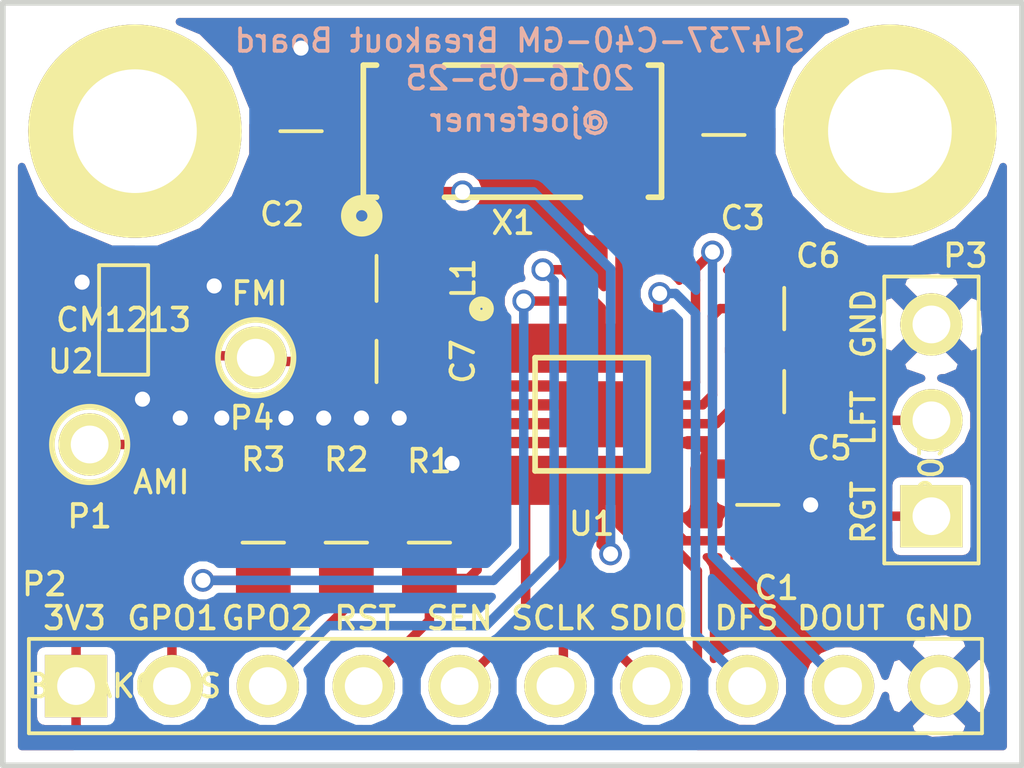
<source format=kicad_pcb>
(kicad_pcb (version 4) (host pcbnew "(2016-03-21 BZR 6635, Git 2d4845d)-product")

  (general
    (links 40)
    (no_connects 0)
    (area 173.124999 55.724999 200.275001 76.075001)
    (thickness 1.6)
    (drawings 22)
    (tracks 155)
    (zones 0)
    (modules 19)
    (nets 22)
  )

  (page A4)
  (layers
    (0 F.Cu signal)
    (31 B.Cu signal)
    (32 B.Adhes user)
    (33 F.Adhes user)
    (34 B.Paste user)
    (35 F.Paste user)
    (36 B.SilkS user)
    (37 F.SilkS user)
    (38 B.Mask user)
    (39 F.Mask user)
    (40 Dwgs.User user)
    (41 Cmts.User user)
    (42 Eco1.User user)
    (43 Eco2.User user)
    (44 Edge.Cuts user)
    (45 Margin user)
    (46 B.CrtYd user)
    (47 F.CrtYd user)
    (48 B.Fab user)
    (49 F.Fab user)
  )

  (setup
    (last_trace_width 0.25)
    (trace_clearance 0.2)
    (zone_clearance 0.2032)
    (zone_45_only no)
    (trace_min 0.2)
    (segment_width 0.2)
    (edge_width 0.15)
    (via_size 0.6)
    (via_drill 0.4)
    (via_min_size 0.4)
    (via_min_drill 0.3)
    (uvia_size 0.3)
    (uvia_drill 0.1)
    (uvias_allowed no)
    (uvia_min_size 0.2)
    (uvia_min_drill 0.1)
    (pcb_text_width 0.3)
    (pcb_text_size 1.5 1.5)
    (mod_edge_width 0.15)
    (mod_text_size 1 1)
    (mod_text_width 0.15)
    (pad_size 1.524 1.524)
    (pad_drill 0.762)
    (pad_to_mask_clearance 0.01)
    (aux_axis_origin 0 0)
    (visible_elements FFFEFF7F)
    (pcbplotparams
      (layerselection 0x010f0_ffffffff)
      (usegerberextensions true)
      (excludeedgelayer false)
      (linewidth 0.100000)
      (plotframeref false)
      (viasonmask false)
      (mode 1)
      (useauxorigin false)
      (hpglpennumber 1)
      (hpglpenspeed 20)
      (hpglpendiameter 15)
      (psnegative false)
      (psa4output false)
      (plotreference true)
      (plotvalue false)
      (plotinvisibletext false)
      (padsonsilk false)
      (subtractmaskfromsilk false)
      (outputformat 1)
      (mirror false)
      (drillshape 0)
      (scaleselection 1)
      (outputdirectory out/))
  )

  (net 0 "")
  (net 1 GNDPWR)
  (net 2 +3.3V)
  (net 3 "Net-(C2-Pad1)")
  (net 4 "Net-(C3-Pad1)")
  (net 5 /ROUT)
  (net 6 "Net-(C5-Pad2)")
  (net 7 /LOUT)
  (net 8 "Net-(C6-Pad2)")
  (net 9 "Net-(C7-Pad1)")
  (net 10 /FMI)
  (net 11 /RST)
  (net 12 /AMI)
  (net 13 "Net-(U1-Pad1)")
  (net 14 /SEN)
  (net 15 /SCLK)
  (net 16 /SDIO)
  (net 17 /DOUT)
  (net 18 /DFS)
  (net 19 /GPO1)
  (net 20 "Net-(U1-Pad20)")
  (net 21 /GPO2)

  (net_class Default "This is the default net class."
    (clearance 0.2)
    (trace_width 0.25)
    (via_dia 0.6)
    (via_drill 0.4)
    (uvia_dia 0.3)
    (uvia_drill 0.1)
    (add_net +3.3V)
    (add_net /AMI)
    (add_net /DFS)
    (add_net /DOUT)
    (add_net /FMI)
    (add_net /GPO1)
    (add_net /GPO2)
    (add_net /LOUT)
    (add_net /ROUT)
    (add_net /RST)
    (add_net /SCLK)
    (add_net /SDIO)
    (add_net /SEN)
    (add_net GNDPWR)
    (add_net "Net-(C2-Pad1)")
    (add_net "Net-(C3-Pad1)")
    (add_net "Net-(C5-Pad2)")
    (add_net "Net-(C6-Pad2)")
    (add_net "Net-(C7-Pad1)")
    (add_net "Net-(U1-Pad1)")
    (add_net "Net-(U1-Pad20)")
  )

  (module kicadlib:CAPC2012X100N (layer F.Cu) (tedit 555C7F0C) (tstamp 574448E7)
    (at 193.2 69.1 270)
    (path /5733D1E4)
    (fp_text reference C1 (at 2.2 -0.5 360) (layer F.SilkS)
      (effects (font (size 0.6 0.6) (thickness 0.1)))
    )
    (fp_text value 0.1uF (at 0 0 270) (layer F.Fab)
      (effects (font (size 0.6 0.6) (thickness 0.1)))
    )
    (fp_line (start 0 -0.55) (end 0 0.55) (layer F.SilkS) (width 0.1))
    (fp_line (start -1.7 -1) (end 1.7 -1) (layer F.CrtYd) (width 0.1))
    (fp_line (start 1.7 -1) (end 1.7 1) (layer F.CrtYd) (width 0.1))
    (fp_line (start 1.7 1) (end -1.7 1) (layer F.CrtYd) (width 0.1))
    (fp_line (start -1.7 1) (end -1.7 -1) (layer F.CrtYd) (width 0.1))
    (pad 1 smd rect (at -0.95 0 270) (size 1 1.45) (layers F.Cu F.Paste F.Mask)
      (net 1 GNDPWR))
    (pad 2 smd rect (at 0.95 0 270) (size 1 1.45) (layers F.Cu F.Paste F.Mask)
      (net 2 +3.3V))
  )

  (module kicadlib:CAPC2012X100N (layer F.Cu) (tedit 555C7F0C) (tstamp 574448F2)
    (at 181.1 59.2 90)
    (path /5733CDB3)
    (fp_text reference C2 (at -2.2 -0.5 180) (layer F.SilkS)
      (effects (font (size 0.6 0.6) (thickness 0.1)))
    )
    (fp_text value 18pF (at 0 0 90) (layer F.Fab)
      (effects (font (size 0.6 0.6) (thickness 0.1)))
    )
    (fp_line (start 0 -0.55) (end 0 0.55) (layer F.SilkS) (width 0.1))
    (fp_line (start -1.7 -1) (end 1.7 -1) (layer F.CrtYd) (width 0.1))
    (fp_line (start 1.7 -1) (end 1.7 1) (layer F.CrtYd) (width 0.1))
    (fp_line (start 1.7 1) (end -1.7 1) (layer F.CrtYd) (width 0.1))
    (fp_line (start -1.7 1) (end -1.7 -1) (layer F.CrtYd) (width 0.1))
    (pad 1 smd rect (at -0.95 0 90) (size 1 1.45) (layers F.Cu F.Paste F.Mask)
      (net 3 "Net-(C2-Pad1)"))
    (pad 2 smd rect (at 0.95 0 90) (size 1 1.45) (layers F.Cu F.Paste F.Mask)
      (net 1 GNDPWR))
  )

  (module kicadlib:CAPC2012X100N (layer F.Cu) (tedit 555C7F0C) (tstamp 574448FD)
    (at 192.3 59.3 90)
    (path /5733CE0C)
    (fp_text reference C3 (at -2.2 0.5 180) (layer F.SilkS)
      (effects (font (size 0.6 0.6) (thickness 0.1)))
    )
    (fp_text value 18pF (at 0 0 90) (layer F.Fab)
      (effects (font (size 0.6 0.6) (thickness 0.1)))
    )
    (fp_line (start 0 -0.55) (end 0 0.55) (layer F.SilkS) (width 0.1))
    (fp_line (start -1.7 -1) (end 1.7 -1) (layer F.CrtYd) (width 0.1))
    (fp_line (start 1.7 -1) (end 1.7 1) (layer F.CrtYd) (width 0.1))
    (fp_line (start 1.7 1) (end -1.7 1) (layer F.CrtYd) (width 0.1))
    (fp_line (start -1.7 1) (end -1.7 -1) (layer F.CrtYd) (width 0.1))
    (pad 1 smd rect (at -0.95 0 90) (size 1 1.45) (layers F.Cu F.Paste F.Mask)
      (net 4 "Net-(C3-Pad1)"))
    (pad 2 smd rect (at 0.95 0 90) (size 1 1.45) (layers F.Cu F.Paste F.Mask)
      (net 1 GNDPWR))
  )

  (module kicadlib:CAPC2012X100N (layer F.Cu) (tedit 555C7F0C) (tstamp 57444913)
    (at 193.9 66.1 180)
    (path /57346F5B)
    (fp_text reference C5 (at -1.2 -1.5 360) (layer F.SilkS)
      (effects (font (size 0.6 0.6) (thickness 0.1)))
    )
    (fp_text value 0.39uF (at 0 0 180) (layer F.Fab)
      (effects (font (size 0.6 0.6) (thickness 0.1)))
    )
    (fp_line (start 0 -0.55) (end 0 0.55) (layer F.SilkS) (width 0.1))
    (fp_line (start -1.7 -1) (end 1.7 -1) (layer F.CrtYd) (width 0.1))
    (fp_line (start 1.7 -1) (end 1.7 1) (layer F.CrtYd) (width 0.1))
    (fp_line (start 1.7 1) (end -1.7 1) (layer F.CrtYd) (width 0.1))
    (fp_line (start -1.7 1) (end -1.7 -1) (layer F.CrtYd) (width 0.1))
    (pad 1 smd rect (at -0.95 0 180) (size 1 1.45) (layers F.Cu F.Paste F.Mask)
      (net 5 /ROUT))
    (pad 2 smd rect (at 0.95 0 180) (size 1 1.45) (layers F.Cu F.Paste F.Mask)
      (net 6 "Net-(C5-Pad2)"))
  )

  (module kicadlib:CAPC2012X100N (layer F.Cu) (tedit 555C7F0C) (tstamp 5744491E)
    (at 193.9 63.9 180)
    (path /57346FCA)
    (fp_text reference C6 (at -0.9 1.4 360) (layer F.SilkS)
      (effects (font (size 0.6 0.6) (thickness 0.1)))
    )
    (fp_text value 0.39uF (at 0 0 180) (layer F.Fab)
      (effects (font (size 0.6 0.6) (thickness 0.1)))
    )
    (fp_line (start 0 -0.55) (end 0 0.55) (layer F.SilkS) (width 0.1))
    (fp_line (start -1.7 -1) (end 1.7 -1) (layer F.CrtYd) (width 0.1))
    (fp_line (start 1.7 -1) (end 1.7 1) (layer F.CrtYd) (width 0.1))
    (fp_line (start 1.7 1) (end -1.7 1) (layer F.CrtYd) (width 0.1))
    (fp_line (start -1.7 1) (end -1.7 -1) (layer F.CrtYd) (width 0.1))
    (pad 1 smd rect (at -0.95 0 180) (size 1 1.45) (layers F.Cu F.Paste F.Mask)
      (net 7 /LOUT))
    (pad 2 smd rect (at 0.95 0 180) (size 1 1.45) (layers F.Cu F.Paste F.Mask)
      (net 8 "Net-(C6-Pad2)"))
  )

  (module kicadlib:CAPC2012X100N (layer F.Cu) (tedit 555C7F0C) (tstamp 57444929)
    (at 183.1 65.3)
    (path /5737692D)
    (fp_text reference C7 (at 2.286 0 90) (layer F.SilkS)
      (effects (font (size 0.6 0.6) (thickness 0.1)))
    )
    (fp_text value 1nF (at 0 0) (layer F.Fab)
      (effects (font (size 0.6 0.6) (thickness 0.1)))
    )
    (fp_line (start 0 -0.55) (end 0 0.55) (layer F.SilkS) (width 0.1))
    (fp_line (start -1.7 -1) (end 1.7 -1) (layer F.CrtYd) (width 0.1))
    (fp_line (start 1.7 -1) (end 1.7 1) (layer F.CrtYd) (width 0.1))
    (fp_line (start 1.7 1) (end -1.7 1) (layer F.CrtYd) (width 0.1))
    (fp_line (start -1.7 1) (end -1.7 -1) (layer F.CrtYd) (width 0.1))
    (pad 1 smd rect (at -0.95 0) (size 1 1.45) (layers F.Cu F.Paste F.Mask)
      (net 9 "Net-(C7-Pad1)"))
    (pad 2 smd rect (at 0.95 0) (size 1 1.45) (layers F.Cu F.Paste F.Mask)
      (net 10 /FMI))
  )

  (module kicadlib:INDC2012X110N (layer F.Cu) (tedit 555C809A) (tstamp 57444934)
    (at 183.1 63.1 180)
    (path /57376858)
    (fp_text reference L1 (at -2.3 0 270) (layer F.SilkS)
      (effects (font (size 0.6 0.6) (thickness 0.1)))
    )
    (fp_text value 56nH (at 0 0 180) (layer F.Fab)
      (effects (font (size 0.6 0.6) (thickness 0.1)))
    )
    (fp_line (start -1.7 -1) (end 1.7 -1) (layer F.CrtYd) (width 0.1))
    (fp_line (start 1.7 -1) (end 1.7 1) (layer F.CrtYd) (width 0.1))
    (fp_line (start 1.7 1) (end -1.7 1) (layer F.CrtYd) (width 0.1))
    (fp_line (start -1.7 1) (end -1.7 -1) (layer F.CrtYd) (width 0.1))
    (fp_line (start 0 -0.6) (end 0 0.6) (layer F.SilkS) (width 0.1))
    (pad 1 smd rect (at -0.85 0 180) (size 1.2 1.45) (layers F.Cu F.Paste F.Mask)
      (net 10 /FMI))
    (pad 2 smd rect (at 0.85 0 180) (size 1.2 1.45) (layers F.Cu F.Paste F.Mask)
      (net 1 GNDPWR))
  )

  (module kicadlib:RESC2012X100N (layer F.Cu) (tedit 555C814D) (tstamp 5744493F)
    (at 184.5 70.1 90)
    (path /57376DF3)
    (fp_text reference R1 (at 2.159 0 180) (layer F.SilkS)
      (effects (font (size 0.6 0.6) (thickness 0.1)))
    )
    (fp_text value 10K (at 0 0 90) (layer F.Fab)
      (effects (font (size 0.6 0.6) (thickness 0.1)))
    )
    (fp_line (start 0 -0.55) (end 0 0.55) (layer F.SilkS) (width 0.1))
    (fp_line (start -1.7 -1) (end 1.7 -1) (layer F.CrtYd) (width 0.1))
    (fp_line (start 1.7 -1) (end 1.7 1) (layer F.CrtYd) (width 0.1))
    (fp_line (start 1.7 1) (end -1.7 1) (layer F.CrtYd) (width 0.1))
    (fp_line (start -1.7 1) (end -1.7 -1) (layer F.CrtYd) (width 0.1))
    (pad 1 smd rect (at -0.95 0 90) (size 1 1.45) (layers F.Cu F.Paste F.Mask)
      (net 11 /RST))
    (pad 2 smd rect (at 0.95 0 90) (size 1 1.45) (layers F.Cu F.Paste F.Mask)
      (net 1 GNDPWR))
  )

  (module kicadlib:SOJ550P370X240-4N (layer F.Cu) (tedit 555C81BE) (tstamp 57444984)
    (at 186.7 59.2 90)
    (path /5733CD5A)
    (fp_text reference X1 (at -2.42946 0.02 180) (layer F.SilkS)
      (effects (font (size 0.6 0.6) (thickness 0.1)))
    )
    (fp_text value 32.768kHz (at 0 0 90) (layer F.Fab)
      (effects (font (size 0.6 0.6) (thickness 0.1)))
    )
    (fp_circle (center -2.242 -3.992) (end -2.092 -3.992) (layer F.SilkS) (width 0.4))
    (fp_line (start -2.55 -4.2) (end 2.55 -4.2) (layer F.CrtYd) (width 0.15))
    (fp_line (start 2.55 -4.2) (end 2.55 4.2) (layer F.CrtYd) (width 0.15))
    (fp_line (start 2.55 4.2) (end -2.55 4.2) (layer F.CrtYd) (width 0.15))
    (fp_line (start -2.55 4.2) (end -2.55 -4.2) (layer F.CrtYd) (width 0.15))
    (fp_line (start -1.75 -3.6) (end -1.75 -3.95) (layer F.SilkS) (width 0.15))
    (fp_line (start -1.75 1.8) (end -1.75 -1.8) (layer F.SilkS) (width 0.15))
    (fp_line (start 1.75 3.95) (end 1.75 3.6) (layer F.SilkS) (width 0.15))
    (fp_line (start 1.75 3.95) (end -1.75 3.95) (layer F.SilkS) (width 0.15))
    (fp_line (start -1.75 3.6) (end -1.75 3.95) (layer F.SilkS) (width 0.15))
    (fp_line (start 1.75 -1.8) (end 1.75 1.8) (layer F.SilkS) (width 0.15))
    (fp_line (start -1.75 -3.95) (end 1.75 -3.95) (layer F.SilkS) (width 0.15))
    (fp_line (start 1.75 -3.95) (end 1.75 -3.6) (layer F.SilkS) (width 0.15))
    (pad 1 smd rect (at -1.6 -2.75 90) (size 1.9 1.3) (layers F.Cu F.Paste F.Mask)
      (net 3 "Net-(C2-Pad1)"))
    (pad 2 smd rect (at -1.6 2.75 90) (size 1.9 1.3) (layers F.Cu F.Paste F.Mask)
      (net 4 "Net-(C3-Pad1)"))
    (pad 3 smd rect (at 1.6 2.75 90) (size 1.9 1.3) (layers F.Cu F.Paste F.Mask))
    (pad 4 smd rect (at 1.6 -2.75 90) (size 1.9 1.3) (layers F.Cu F.Paste F.Mask))
  )

  (module kicadlib:MTGNP565H328Z565P (layer F.Cu) (tedit 555C80D3) (tstamp 574633C6)
    (at 176.7 59.2)
    (path /5733C9FC)
    (fp_text reference M1 (at 0 3.683) (layer F.SilkS) hide
      (effects (font (size 0.6 0.6) (thickness 0.1)))
    )
    (fp_text value "Mounting Hole" (at 0 0) (layer F.Fab)
      (effects (font (size 0.6 0.6) (thickness 0.1)))
    )
    (fp_circle (center 0 0) (end 2.95 0) (layer F.CrtYd) (width 0.1))
    (pad "" thru_hole circle (at 0 0) (size 5.65 5.65) (drill 3.2766) (layers *.Cu *.Mask F.SilkS))
  )

  (module kicadlib:MTGNP565H328Z565P (layer F.Cu) (tedit 555C80D3) (tstamp 574633CB)
    (at 196.7 59.2)
    (path /5733CA78)
    (fp_text reference M2 (at 0 3.683) (layer F.SilkS) hide
      (effects (font (size 0.6 0.6) (thickness 0.1)))
    )
    (fp_text value "Mounting Hole" (at 0 0) (layer F.Fab)
      (effects (font (size 0.6 0.6) (thickness 0.1)))
    )
    (fp_circle (center 0 0) (end 2.95 0) (layer F.CrtYd) (width 0.1))
    (pad "" thru_hole circle (at 0 0) (size 5.65 5.65) (drill 3.2766) (layers *.Cu *.Mask F.SilkS))
  )

  (module kicadlib:HDRV1W66P254_1X1_254X249X838P-ROUND (layer F.Cu) (tedit 557F7405) (tstamp 574633DA)
    (at 175.5 67.5)
    (path /57376BE4)
    (fp_text reference P1 (at 0 1.905) (layer F.SilkS)
      (effects (font (size 0.6 0.6) (thickness 0.1)))
    )
    (fp_text value AMI (at 0 0) (layer F.SilkS)
      (effects (font (size 0.6 0.6) (thickness 0.1)))
    )
    (fp_circle (center 0 0) (end 1.2 0) (layer F.CrtYd) (width 0.15))
    (fp_circle (center 0 0) (end 1 0) (layer F.SilkS) (width 0.15))
    (pad 1 thru_hole circle (at 0 0) (size 1.65 1.65) (drill 1) (layers *.Cu *.Mask F.SilkS)
      (net 12 /AMI))
  )

  (module kicadlib:RESC2012X100N (layer F.Cu) (tedit 555C814D) (tstamp 574638DB)
    (at 182.3 70.1 270)
    (path /57463DB9)
    (fp_text reference R2 (at -2.2 0 360) (layer F.SilkS)
      (effects (font (size 0.6 0.6) (thickness 0.1)))
    )
    (fp_text value 10K (at 0 0 270) (layer F.Fab)
      (effects (font (size 0.6 0.6) (thickness 0.1)))
    )
    (fp_line (start 0 -0.55) (end 0 0.55) (layer F.SilkS) (width 0.1))
    (fp_line (start -1.7 -1) (end 1.7 -1) (layer F.CrtYd) (width 0.1))
    (fp_line (start 1.7 -1) (end 1.7 1) (layer F.CrtYd) (width 0.1))
    (fp_line (start 1.7 1) (end -1.7 1) (layer F.CrtYd) (width 0.1))
    (fp_line (start -1.7 1) (end -1.7 -1) (layer F.CrtYd) (width 0.1))
    (pad 1 smd rect (at -0.95 0 270) (size 1 1.45) (layers F.Cu F.Paste F.Mask)
      (net 2 +3.3V))
    (pad 2 smd rect (at 0.95 0 270) (size 1 1.45) (layers F.Cu F.Paste F.Mask)
      (net 21 /GPO2))
  )

  (module kicadlib:RESC2012X100N (layer F.Cu) (tedit 555C814D) (tstamp 574638E1)
    (at 180.1 70.1 270)
    (path /57463D56)
    (fp_text reference R3 (at -2.2 0 360) (layer F.SilkS)
      (effects (font (size 0.6 0.6) (thickness 0.1)))
    )
    (fp_text value 10K (at 0 0 270) (layer F.Fab)
      (effects (font (size 0.6 0.6) (thickness 0.1)))
    )
    (fp_line (start 0 -0.55) (end 0 0.55) (layer F.SilkS) (width 0.1))
    (fp_line (start -1.7 -1) (end 1.7 -1) (layer F.CrtYd) (width 0.1))
    (fp_line (start 1.7 -1) (end 1.7 1) (layer F.CrtYd) (width 0.1))
    (fp_line (start 1.7 1) (end -1.7 1) (layer F.CrtYd) (width 0.1))
    (fp_line (start -1.7 1) (end -1.7 -1) (layer F.CrtYd) (width 0.1))
    (pad 1 smd rect (at -0.95 0 270) (size 1 1.45) (layers F.Cu F.Paste F.Mask)
      (net 2 +3.3V))
    (pad 2 smd rect (at 0.95 0 270) (size 1 1.45) (layers F.Cu F.Paste F.Mask)
      (net 19 /GPO1))
  )

  (module kicadlib:HDRV1W66P254_1X1_254X249X838P-ROUND (layer F.Cu) (tedit 557F7405) (tstamp 57463AC1)
    (at 179.9 65.2)
    (path /57464724)
    (fp_text reference P4 (at -0.1 1.6) (layer F.SilkS)
      (effects (font (size 0.6 0.6) (thickness 0.1)))
    )
    (fp_text value FMI (at 0 0) (layer F.SilkS)
      (effects (font (size 0.6 0.6) (thickness 0.1)))
    )
    (fp_circle (center 0 0) (end 1.2 0) (layer F.CrtYd) (width 0.15))
    (fp_circle (center 0 0) (end 1 0) (layer F.SilkS) (width 0.15))
    (pad 1 thru_hole circle (at 0 0) (size 1.65 1.65) (drill 1) (layers *.Cu *.Mask F.SilkS)
      (net 9 "Net-(C7-Pad1)"))
  )

  (module kicadlib:SOT95P237X112_123-3N (layer F.Cu) (tedit 57464B1B) (tstamp 5744496F)
    (at 176.4 64.2 180)
    (path /57376C10)
    (fp_text reference U2 (at 1.4 -1.1 180) (layer F.SilkS)
      (effects (font (size 0.6 0.6) (thickness 0.1)))
    )
    (fp_text value CM1213 (at 0 0 180) (layer F.SilkS)
      (effects (font (size 0.6 0.6) (thickness 0.1)))
    )
    (fp_line (start -1.95 -1.8) (end 1.95 -1.8) (layer F.CrtYd) (width 0.1))
    (fp_line (start 1.95 -1.8) (end 1.95 1.8) (layer F.CrtYd) (width 0.1))
    (fp_line (start 1.95 1.8) (end -1.95 1.8) (layer F.CrtYd) (width 0.1))
    (fp_line (start -1.95 1.8) (end -1.95 -1.8) (layer F.CrtYd) (width 0.1))
    (fp_line (start -0.65 -1.45) (end 0.65 -1.45) (layer F.SilkS) (width 0.1))
    (fp_line (start 0.65 -1.45) (end 0.65 1.45) (layer F.SilkS) (width 0.1))
    (fp_line (start -0.65 1.45) (end 0.65 1.45) (layer F.SilkS) (width 0.1))
    (fp_line (start -0.65 1.45) (end -0.65 -1.45) (layer F.SilkS) (width 0.1))
    (pad 1 smd rect (at -1.05 -0.95 180) (size 1.3 0.6) (layers F.Cu F.Paste F.Mask)
      (net 9 "Net-(C7-Pad1)"))
    (pad 2 smd rect (at -1.05 0.95 180) (size 1.3 0.6) (layers F.Cu F.Paste F.Mask)
      (net 1 GNDPWR))
    (pad 3 smd rect (at 1.05 0 180) (size 1.3 0.6) (layers F.Cu F.Paste F.Mask)
      (net 1 GNDPWR))
  )

  (module kicadlib:HDRV3W66P254_1X3_762X249X838P (layer F.Cu) (tedit 57464B3A) (tstamp 574633EF)
    (at 197.8 69.4 90)
    (path /5746321C)
    (fp_text reference P3 (at 6.9 0.9 180) (layer F.SilkS)
      (effects (font (size 0.6 0.6) (thickness 0.1)))
    )
    (fp_text value P03 (at 1.27 0 90) (layer F.SilkS)
      (effects (font (size 0.6 0.6) (thickness 0.1)))
    )
    (fp_line (start -1.4 -1.4) (end 6.5 -1.4) (layer F.CrtYd) (width 0.1))
    (fp_line (start 6.5 -1.4) (end 6.5 1.4) (layer F.CrtYd) (width 0.1))
    (fp_line (start 6.5 1.4) (end -1.4 1.4) (layer F.CrtYd) (width 0.1))
    (fp_line (start -1.4 1.4) (end -1.4 -1.4) (layer F.CrtYd) (width 0.1))
    (fp_line (start -1.25 -1.25) (end 6.35 -1.25) (layer F.SilkS) (width 0.1))
    (fp_line (start 6.35 -1.25) (end 6.35 1.25) (layer F.SilkS) (width 0.1))
    (fp_line (start 6.35 1.25) (end -1.25 1.25) (layer F.SilkS) (width 0.1))
    (fp_line (start -1.25 1.25) (end -1.25 -1.25) (layer F.SilkS) (width 0.1))
    (pad 1 thru_hole rect (at 0 0 90) (size 1.65 1.65) (drill 1) (layers *.Cu *.Mask F.SilkS)
      (net 5 /ROUT))
    (pad 2 thru_hole circle (at 2.54 0 90) (size 1.65 1.65) (drill 1) (layers *.Cu *.Mask F.SilkS)
      (net 7 /LOUT))
    (pad 3 thru_hole circle (at 5.08 0 90) (size 1.65 1.65) (drill 1) (layers *.Cu *.Mask F.SilkS)
      (net 1 GNDPWR))
  )

  (module kicadlib:HDRV10W66P254_1X10_1006X249X838P (layer F.Cu) (tedit 57464B58) (tstamp 574633E8)
    (at 175.14 73.9)
    (path /57376AB3)
    (fp_text reference P2 (at -0.84 -2.7 180) (layer F.SilkS)
      (effects (font (size 0.6 0.6) (thickness 0.1)))
    )
    (fp_text value BREAKOUTS (at 1.27 0) (layer F.SilkS)
      (effects (font (size 0.6 0.6) (thickness 0.1)))
    )
    (fp_line (start -1.4 -1.4) (end 24.15 -1.4) (layer F.CrtYd) (width 0.1))
    (fp_line (start 24.15 -1.4) (end 24.15 1.4) (layer F.CrtYd) (width 0.1))
    (fp_line (start 24.15 1.4) (end -1.4 1.4) (layer F.CrtYd) (width 0.1))
    (fp_line (start -1.4 1.4) (end -1.4 -1.4) (layer F.CrtYd) (width 0.1))
    (fp_line (start -1.25 -1.25) (end 24 -1.25) (layer F.SilkS) (width 0.1))
    (fp_line (start 24 -1.25) (end 24 1.25) (layer F.SilkS) (width 0.1))
    (fp_line (start 24 1.25) (end -1.25 1.25) (layer F.SilkS) (width 0.1))
    (fp_line (start -1.25 1.25) (end -1.25 -1.25) (layer F.SilkS) (width 0.1))
    (pad 1 thru_hole rect (at 0 0) (size 1.65 1.65) (drill 1) (layers *.Cu *.Mask F.SilkS)
      (net 2 +3.3V))
    (pad 2 thru_hole circle (at 2.54 0) (size 1.65 1.65) (drill 1) (layers *.Cu *.Mask F.SilkS)
      (net 19 /GPO1))
    (pad 3 thru_hole circle (at 5.08 0) (size 1.65 1.65) (drill 1) (layers *.Cu *.Mask F.SilkS)
      (net 21 /GPO2))
    (pad 4 thru_hole circle (at 7.62 0) (size 1.65 1.65) (drill 1) (layers *.Cu *.Mask F.SilkS)
      (net 11 /RST))
    (pad 5 thru_hole circle (at 10.16 0) (size 1.65 1.65) (drill 1) (layers *.Cu *.Mask F.SilkS)
      (net 14 /SEN))
    (pad 6 thru_hole circle (at 12.7 0) (size 1.65 1.65) (drill 1) (layers *.Cu *.Mask F.SilkS)
      (net 15 /SCLK))
    (pad 7 thru_hole circle (at 15.24 0) (size 1.65 1.65) (drill 1) (layers *.Cu *.Mask F.SilkS)
      (net 16 /SDIO))
    (pad 8 thru_hole circle (at 17.78 0) (size 1.65 1.65) (drill 1) (layers *.Cu *.Mask F.SilkS)
      (net 18 /DFS))
    (pad 9 thru_hole circle (at 20.32 0) (size 1.65 1.65) (drill 1) (layers *.Cu *.Mask F.SilkS)
      (net 17 /DOUT))
    (pad 10 thru_hole circle (at 22.86 0) (size 1.65 1.65) (drill 1) (layers *.Cu *.Mask F.SilkS)
      (net 1 GNDPWR))
  )

  (module kicadlib:QFN50P300X300X60-21N (layer F.Cu) (tedit 57465171) (tstamp 5746333E)
    (at 188.8 66.7)
    (path /5733D992)
    (fp_text reference U1 (at 0 2.9) (layer F.SilkS)
      (effects (font (size 0.6 0.6) (thickness 0.1)))
    )
    (fp_text value SI4737-C40-GM (at 0 0) (layer F.Fab)
      (effects (font (size 0.6 0.6) (thickness 0.1)))
    )
    (fp_circle (center -2.921 -2.794) (end -2.794 -2.667) (layer F.SilkS) (width 0.3))
    (fp_line (start -2.15 2.15) (end -2.15 -2.15) (layer F.CrtYd) (width 0.15))
    (fp_line (start 2.15 2.15) (end -2.15 2.15) (layer F.CrtYd) (width 0.15))
    (fp_line (start 2.15 -2.15) (end 2.15 2.15) (layer F.CrtYd) (width 0.15))
    (fp_line (start -2.15 -2.15) (end 2.15 -2.15) (layer F.CrtYd) (width 0.15))
    (fp_line (start -1.5 1.5) (end -1.5 -1.5) (layer F.SilkS) (width 0.15))
    (fp_line (start 1.5 1.5) (end -1.5 1.5) (layer F.SilkS) (width 0.15))
    (fp_line (start 1.5 -1.5) (end 1.5 1.5) (layer F.SilkS) (width 0.15))
    (fp_line (start -1.5 -1.5) (end 1.5 -1.5) (layer F.SilkS) (width 0.15))
    (pad 2 smd rect (at -1.75 -0.75) (size 1.3 0.3) (layers F.Cu F.Paste F.Mask)
      (net 10 /FMI))
    (pad 3 smd rect (at -1.75 -0.25) (size 1.3 0.3) (layers F.Cu F.Paste F.Mask)
      (net 1 GNDPWR))
    (pad 4 smd rect (at -1.75 0.25) (size 1.3 0.3) (layers F.Cu F.Paste F.Mask)
      (net 12 /AMI))
    (pad 5 smd rect (at -1.75 0.75) (size 1.3 0.3) (layers F.Cu F.Paste F.Mask)
      (net 11 /RST))
    (pad 1 smd rect (at -1.75 -1.75) (size 1.3 1.3) (layers F.Cu F.Paste F.Mask)
      (net 13 "Net-(U1-Pad1)"))
    (pad 6 smd rect (at -1.75 1.75) (size 1.3 1.3) (layers F.Cu F.Paste F.Mask)
      (net 14 /SEN))
    (pad 7 smd rect (at -0.75 1.75) (size 0.3 1.3) (layers F.Cu F.Paste F.Mask)
      (net 15 /SCLK))
    (pad 8 smd rect (at -0.25 1.75) (size 0.3 1.3) (layers F.Cu F.Paste F.Mask)
      (net 16 /SDIO))
    (pad 9 smd rect (at 0.25 1.75) (size 0.3 1.3) (layers F.Cu F.Paste F.Mask)
      (net 3 "Net-(C2-Pad1)"))
    (pad 10 smd rect (at 0.75 1.75) (size 0.3 1.3) (layers F.Cu F.Paste F.Mask)
      (net 2 +3.3V))
    (pad 11 smd rect (at 1.75 1.75) (size 1.3 1.3) (layers F.Cu F.Paste F.Mask)
      (net 2 +3.3V))
    (pad 12 smd rect (at 1.75 0.75) (size 1.3 0.3) (layers F.Cu F.Paste F.Mask)
      (net 1 GNDPWR))
    (pad 13 smd rect (at 1.75 0.25) (size 1.3 0.3) (layers F.Cu F.Paste F.Mask)
      (net 6 "Net-(C5-Pad2)"))
    (pad 14 smd rect (at 1.75 -0.25) (size 1.3 0.3) (layers F.Cu F.Paste F.Mask)
      (net 8 "Net-(C6-Pad2)"))
    (pad 15 smd rect (at 1.75 -0.75) (size 1.3 0.3) (layers F.Cu F.Paste F.Mask)
      (net 17 /DOUT))
    (pad 16 smd rect (at 1.75 -1.75) (size 1.3 1.3) (layers F.Cu F.Paste F.Mask)
      (net 18 /DFS))
    (pad 17 smd rect (at 0.75 -1.75) (size 0.3 1.3) (layers F.Cu F.Paste F.Mask)
      (net 4 "Net-(C3-Pad1)"))
    (pad 18 smd rect (at 0.25 -1.75) (size 0.3 1.3) (layers F.Cu F.Paste F.Mask)
      (net 21 /GPO2))
    (pad 19 smd rect (at -0.25 -1.75) (size 0.3 1.3) (layers F.Cu F.Paste F.Mask)
      (net 19 /GPO1))
    (pad 20 smd rect (at -0.75 -1.75) (size 0.3 1.3) (layers F.Cu F.Paste F.Mask)
      (net 20 "Net-(U1-Pad20)"))
    (pad 21 smd rect (at 0 0) (size 1.75 1.75) (layers F.Cu F.Paste F.Mask)
      (net 1 GNDPWR))
  )

  (gr_text @joeferner (at 186.9 58.9) (layer B.SilkS) (tstamp 574650AF)
    (effects (font (size 0.6 0.6) (thickness 0.1)) (justify mirror))
  )
  (gr_text 2016-05-25 (at 186.9 57.8) (layer B.SilkS) (tstamp 574650A2)
    (effects (font (size 0.6 0.6) (thickness 0.1)) (justify mirror))
  )
  (gr_text "SI4737-C40-GM Breakout Board" (at 186.9 56.8) (layer B.SilkS) (tstamp 57465082)
    (effects (font (size 0.6 0.6) (thickness 0.1)) (justify mirror))
  )
  (gr_line (start 173.2 76) (end 173.2 55.8) (layer Edge.Cuts) (width 0.15))
  (gr_line (start 200.2 76) (end 173.2 76) (layer Edge.Cuts) (width 0.15))
  (gr_line (start 200.2 55.8) (end 200.2 76) (layer Edge.Cuts) (width 0.15))
  (gr_line (start 173.2 55.8) (end 200.2 55.8) (layer Edge.Cuts) (width 0.15))
  (gr_text FMI (at 180 63.5) (layer F.SilkS) (tstamp 57464AB9)
    (effects (font (size 0.6 0.6) (thickness 0.1)))
  )
  (gr_text AMI (at 177.4 68.5) (layer F.SilkS) (tstamp 57464AB3)
    (effects (font (size 0.6 0.6) (thickness 0.1)))
  )
  (gr_text RGT (at 196 69.3 90) (layer F.SilkS) (tstamp 57464A9E)
    (effects (font (size 0.6 0.6) (thickness 0.1)))
  )
  (gr_text LFT (at 196 66.8 90) (layer F.SilkS) (tstamp 57464A8A)
    (effects (font (size 0.6 0.6) (thickness 0.1)))
  )
  (gr_text GND (at 196 64.3 90) (layer F.SilkS) (tstamp 57464A87)
    (effects (font (size 0.6 0.6) (thickness 0.1)))
  )
  (gr_text GND (at 198 72.1) (layer F.SilkS) (tstamp 57464A7D)
    (effects (font (size 0.6 0.6) (thickness 0.1)))
  )
  (gr_text DOUT (at 195.4 72.1) (layer F.SilkS) (tstamp 57464A7A)
    (effects (font (size 0.6 0.6) (thickness 0.1)))
  )
  (gr_text DFS (at 192.9 72.1) (layer F.SilkS) (tstamp 57464A77)
    (effects (font (size 0.6 0.6) (thickness 0.1)))
  )
  (gr_text SDIO (at 190.3 72.1) (layer F.SilkS) (tstamp 57464A74)
    (effects (font (size 0.6 0.6) (thickness 0.1)))
  )
  (gr_text SCLK (at 187.8 72.1) (layer F.SilkS) (tstamp 57464A71)
    (effects (font (size 0.6 0.6) (thickness 0.1)))
  )
  (gr_text SEN (at 185.3 72.1) (layer F.SilkS) (tstamp 57464A6E)
    (effects (font (size 0.6 0.6) (thickness 0.1)))
  )
  (gr_text RST (at 182.8 72.1) (layer F.SilkS) (tstamp 57464A6B)
    (effects (font (size 0.6 0.6) (thickness 0.1)))
  )
  (gr_text GPO2 (at 180.2 72.1) (layer F.SilkS) (tstamp 57464A68)
    (effects (font (size 0.6 0.6) (thickness 0.1)))
  )
  (gr_text GPO1 (at 177.7 72.1) (layer F.SilkS) (tstamp 57464A65)
    (effects (font (size 0.6 0.6) (thickness 0.1)))
  )
  (gr_text 3V3 (at 175.1 72.1) (layer F.SilkS)
    (effects (font (size 0.6 0.6) (thickness 0.1)))
  )

  (segment (start 177.9 66.8) (end 177.4 66.8) (width 0.25) (layer F.Cu) (net 1))
  (segment (start 177.4 66.8) (end 176.9 66.3) (width 0.25) (layer F.Cu) (net 1))
  (via (at 176.9 66.3) (size 0.6) (drill 0.4) (layers F.Cu B.Cu) (net 1))
  (segment (start 179 66.8) (end 177.9 66.8) (width 0.25) (layer B.Cu) (net 1))
  (via (at 177.9 66.8) (size 0.6) (drill 0.4) (layers F.Cu B.Cu) (net 1))
  (segment (start 180.7 66.8) (end 179 66.8) (width 0.25) (layer F.Cu) (net 1))
  (via (at 179 66.8) (size 0.6) (drill 0.4) (layers F.Cu B.Cu) (net 1))
  (segment (start 181.7 66.8) (end 180.7 66.8) (width 0.25) (layer B.Cu) (net 1))
  (via (at 180.7 66.8) (size 0.6) (drill 0.4) (layers F.Cu B.Cu) (net 1))
  (segment (start 182.7 66.8) (end 181.7 66.8) (width 0.25) (layer F.Cu) (net 1))
  (via (at 181.7 66.8) (size 0.6) (drill 0.4) (layers F.Cu B.Cu) (net 1))
  (segment (start 183.7 66.8) (end 182.7 66.8) (width 0.25) (layer B.Cu) (net 1))
  (via (at 182.7 66.8) (size 0.6) (drill 0.4) (layers F.Cu B.Cu) (net 1))
  (segment (start 187.05 66.45) (end 184.05 66.45) (width 0.25) (layer F.Cu) (net 1))
  (segment (start 184.05 66.45) (end 183.7 66.8) (width 0.25) (layer F.Cu) (net 1))
  (via (at 183.7 66.8) (size 0.6) (drill 0.4) (layers F.Cu B.Cu) (net 1))
  (segment (start 193.2 68.15) (end 193.65 68.15) (width 0.25) (layer F.Cu) (net 1))
  (segment (start 193.65 68.15) (end 194.6 69.1) (width 0.25) (layer F.Cu) (net 1))
  (via (at 194.6 69.1) (size 0.6) (drill 0.4) (layers F.Cu B.Cu) (net 1))
  (segment (start 184.5 69.15) (end 184.5 68.6) (width 0.25) (layer F.Cu) (net 1))
  (via (at 185.1 68) (size 0.6) (drill 0.4) (layers F.Cu B.Cu) (net 1))
  (segment (start 184.5 68.6) (end 185.1 68) (width 0.25) (layer F.Cu) (net 1))
  (segment (start 175.35 64.2) (end 175.35 63.25) (width 0.25) (layer F.Cu) (net 1))
  (segment (start 175.35 63.25) (end 175.3 63.2) (width 0.25) (layer F.Cu) (net 1))
  (via (at 175.3 63.2) (size 0.6) (drill 0.4) (layers F.Cu B.Cu) (net 1))
  (segment (start 177.45 63.25) (end 178.75 63.25) (width 0.25) (layer F.Cu) (net 1))
  (segment (start 178.75 63.25) (end 178.8 63.3) (width 0.25) (layer F.Cu) (net 1))
  (via (at 178.8 63.3) (size 0.6) (drill 0.4) (layers F.Cu B.Cu) (net 1))
  (segment (start 181.1 58.25) (end 181.1 57) (width 0.25) (layer F.Cu) (net 1))
  (via (at 181.1 57) (size 0.6) (drill 0.4) (layers F.Cu B.Cu) (net 1))
  (segment (start 188.8 66.7) (end 188.55 66.45) (width 0.25) (layer F.Cu) (net 1))
  (segment (start 188.55 66.45) (end 187.05 66.45) (width 0.25) (layer F.Cu) (net 1))
  (segment (start 189.95 70.05) (end 190.8 70.05) (width 0.25) (layer F.Cu) (net 2))
  (segment (start 190.8 70.05) (end 191.4 70.05) (width 0.25) (layer F.Cu) (net 2))
  (segment (start 191.6 74.9) (end 191.6 70.85) (width 0.25) (layer F.Cu) (net 2))
  (segment (start 191.6 70.85) (end 190.8 70.05) (width 0.25) (layer F.Cu) (net 2))
  (segment (start 191.3 75.2) (end 191.6 74.9) (width 0.25) (layer F.Cu) (net 2))
  (segment (start 175.365 75.2) (end 191.3 75.2) (width 0.25) (layer F.Cu) (net 2))
  (segment (start 175.14 73.9) (end 175.14 74.975) (width 0.25) (layer F.Cu) (net 2))
  (segment (start 175.14 74.975) (end 175.365 75.2) (width 0.25) (layer F.Cu) (net 2))
  (segment (start 175.14 73.9) (end 175.14 72.825) (width 0.25) (layer F.Cu) (net 2))
  (segment (start 175.14 72.825) (end 178.815 69.15) (width 0.25) (layer F.Cu) (net 2))
  (segment (start 178.815 69.15) (end 179.125 69.15) (width 0.25) (layer F.Cu) (net 2))
  (segment (start 179.125 69.15) (end 180.1 69.15) (width 0.25) (layer F.Cu) (net 2))
  (segment (start 191.4 70.05) (end 193.2 70.05) (width 0.25) (layer F.Cu) (net 2))
  (segment (start 190.55 68.45) (end 190.55 69.35) (width 0.25) (layer F.Cu) (net 2))
  (segment (start 190.55 69.35) (end 191.25 70.05) (width 0.25) (layer F.Cu) (net 2))
  (segment (start 191.25 70.05) (end 191.4 70.05) (width 0.25) (layer F.Cu) (net 2))
  (segment (start 189.55 69.65) (end 189.95 70.05) (width 0.25) (layer F.Cu) (net 2))
  (segment (start 189.55 68.45) (end 189.55 69.65) (width 0.25) (layer F.Cu) (net 2))
  (segment (start 182.3 69.15) (end 180.1 69.15) (width 0.25) (layer F.Cu) (net 2))
  (segment (start 189.3 70.4) (end 189.3 62.851428) (width 0.25) (layer B.Cu) (net 3))
  (segment (start 189.3 62.851428) (end 187.255785 60.807213) (width 0.25) (layer B.Cu) (net 3))
  (segment (start 187.255785 60.807213) (end 185.802018 60.807213) (width 0.25) (layer B.Cu) (net 3))
  (segment (start 185.802018 60.807213) (end 185.377754 60.807213) (width 0.25) (layer B.Cu) (net 3))
  (segment (start 185.370541 60.8) (end 185.377754 60.807213) (width 0.25) (layer F.Cu) (net 3))
  (segment (start 183.95 60.8) (end 185.370541 60.8) (width 0.25) (layer F.Cu) (net 3))
  (via (at 185.377754 60.807213) (size 0.6) (drill 0.4) (layers F.Cu B.Cu) (net 3))
  (segment (start 181.1 60.15) (end 183.3 60.15) (width 0.25) (layer F.Cu) (net 3))
  (segment (start 183.3 60.15) (end 183.95 60.8) (width 0.25) (layer F.Cu) (net 3))
  (segment (start 189.05 68.45) (end 189.05 70.15) (width 0.25) (layer F.Cu) (net 3))
  (segment (start 189.05 70.15) (end 189.3 70.4) (width 0.25) (layer F.Cu) (net 3))
  (via (at 189.3 70.4) (size 0.6) (drill 0.4) (layers F.Cu B.Cu) (net 3))
  (segment (start 192.3 60.25) (end 190 60.25) (width 0.25) (layer F.Cu) (net 4))
  (segment (start 190 60.25) (end 189.45 60.8) (width 0.25) (layer F.Cu) (net 4))
  (segment (start 189.55 64.95) (end 189.55 60.9) (width 0.25) (layer F.Cu) (net 4))
  (segment (start 189.55 60.9) (end 189.45 60.8) (width 0.25) (layer F.Cu) (net 4))
  (segment (start 194.85 68.25) (end 196 69.4) (width 0.25) (layer F.Cu) (net 5))
  (segment (start 196 69.4) (end 197.8 69.4) (width 0.25) (layer F.Cu) (net 5))
  (segment (start 194.85 66.1) (end 194.85 68.25) (width 0.25) (layer F.Cu) (net 5))
  (segment (start 190.55 66.95) (end 192.1 66.95) (width 0.25) (layer F.Cu) (net 6))
  (segment (start 192.1 66.95) (end 192.95 66.1) (width 0.25) (layer F.Cu) (net 6))
  (segment (start 196.2 65.26) (end 196.2 66.1) (width 0.25) (layer F.Cu) (net 7))
  (segment (start 196.2 66.1) (end 196.2 66.2) (width 0.25) (layer F.Cu) (net 7))
  (segment (start 197.8 66.86) (end 196.633274 66.86) (width 0.25) (layer F.Cu) (net 7))
  (segment (start 196.633274 66.86) (end 196.2 66.426726) (width 0.25) (layer F.Cu) (net 7))
  (segment (start 196.2 66.426726) (end 196.2 66.1) (width 0.25) (layer F.Cu) (net 7))
  (segment (start 196.2 64.5) (end 196.2 65.26) (width 0.25) (layer F.Cu) (net 7))
  (segment (start 194.85 63.9) (end 195.6 63.9) (width 0.25) (layer F.Cu) (net 7))
  (segment (start 195.6 63.9) (end 196.2 64.5) (width 0.25) (layer F.Cu) (net 7))
  (segment (start 190.55 66.45) (end 191.741892 66.45) (width 0.25) (layer F.Cu) (net 8))
  (segment (start 191.741892 66.45) (end 192 66.191892) (width 0.25) (layer F.Cu) (net 8))
  (segment (start 192 66.191892) (end 192 64.1) (width 0.25) (layer F.Cu) (net 8))
  (segment (start 192 64.1) (end 192.2 63.9) (width 0.25) (layer F.Cu) (net 8))
  (segment (start 192.2 63.9) (end 192.95 63.9) (width 0.25) (layer F.Cu) (net 8))
  (segment (start 177.45 65.15) (end 179.85 65.15) (width 0.25) (layer F.Cu) (net 9))
  (segment (start 179.85 65.15) (end 179.9 65.2) (width 0.25) (layer F.Cu) (net 9))
  (segment (start 182.15 65.3) (end 180 65.3) (width 0.25) (layer F.Cu) (net 9))
  (segment (start 180 65.3) (end 179.9 65.2) (width 0.25) (layer F.Cu) (net 9))
  (segment (start 183.95 63.1) (end 183.95 65.2) (width 0.25) (layer F.Cu) (net 10))
  (segment (start 183.95 65.2) (end 184.05 65.3) (width 0.25) (layer F.Cu) (net 10))
  (segment (start 187.05 65.95) (end 184.7 65.95) (width 0.25) (layer F.Cu) (net 10))
  (segment (start 184.7 65.95) (end 184.05 65.3) (width 0.25) (layer F.Cu) (net 10))
  (segment (start 184.5 71.05) (end 185.534559 71.05) (width 0.25) (layer F.Cu) (net 11))
  (segment (start 185.534559 71.05) (end 185.764109 70.82045) (width 0.25) (layer F.Cu) (net 11))
  (segment (start 185.764109 70.82045) (end 185.764109 67.835891) (width 0.25) (layer F.Cu) (net 11))
  (segment (start 185.764109 67.835891) (end 186.15 67.45) (width 0.25) (layer F.Cu) (net 11))
  (segment (start 186.15 67.45) (end 187.05 67.45) (width 0.25) (layer F.Cu) (net 11))
  (segment (start 182.76 73.9) (end 184.5 72.16) (width 0.25) (layer F.Cu) (net 11))
  (segment (start 184.5 72.16) (end 184.5 71.05) (width 0.25) (layer F.Cu) (net 11))
  (segment (start 175.5 67.5) (end 184.065608 67.5) (width 0.25) (layer F.Cu) (net 12))
  (segment (start 184.065608 67.5) (end 184.615608 66.95) (width 0.25) (layer F.Cu) (net 12))
  (segment (start 184.615608 66.95) (end 187.05 66.95) (width 0.25) (layer F.Cu) (net 12))
  (segment (start 187.05 68.45) (end 187.05 72.15) (width 0.25) (layer F.Cu) (net 14))
  (segment (start 186.124999 73.075001) (end 185.3 73.9) (width 0.25) (layer F.Cu) (net 14))
  (segment (start 187.05 72.15) (end 186.124999 73.075001) (width 0.25) (layer F.Cu) (net 14))
  (segment (start 188.05 68.45) (end 188.05 73.69) (width 0.25) (layer F.Cu) (net 15))
  (segment (start 188.05 73.69) (end 187.84 73.9) (width 0.25) (layer F.Cu) (net 15))
  (segment (start 188.55 68.45) (end 188.55 72.07) (width 0.25) (layer F.Cu) (net 16))
  (segment (start 188.55 72.07) (end 190.38 73.9) (width 0.25) (layer F.Cu) (net 16))
  (segment (start 192 62.4) (end 192 70.44) (width 0.25) (layer B.Cu) (net 17))
  (segment (start 192 70.44) (end 195.46 73.9) (width 0.25) (layer B.Cu) (net 17))
  (segment (start 191.54999 63.15001) (end 191.54999 62.85001) (width 0.25) (layer F.Cu) (net 17))
  (segment (start 191.54999 62.85001) (end 192 62.4) (width 0.25) (layer F.Cu) (net 17))
  (via (at 192 62.4) (size 0.6) (drill 0.4) (layers F.Cu B.Cu) (net 17))
  (segment (start 190.55 65.95) (end 191.45 65.95) (width 0.25) (layer F.Cu) (net 17))
  (segment (start 191.45 65.95) (end 191.54999 65.85001) (width 0.25) (layer F.Cu) (net 17))
  (segment (start 191.54999 65.85001) (end 191.54999 63.15001) (width 0.25) (layer F.Cu) (net 17))
  (segment (start 190.6 63.5) (end 191.024264 63.5) (width 0.25) (layer B.Cu) (net 18))
  (segment (start 191.54999 64.025726) (end 191.54999 72.52999) (width 0.25) (layer B.Cu) (net 18))
  (segment (start 191.024264 63.5) (end 191.54999 64.025726) (width 0.25) (layer B.Cu) (net 18))
  (segment (start 191.54999 72.52999) (end 192.095001 73.075001) (width 0.25) (layer B.Cu) (net 18))
  (segment (start 192.095001 73.075001) (end 192.92 73.9) (width 0.25) (layer B.Cu) (net 18))
  (segment (start 190.55 64.95) (end 190.55 63.55) (width 0.25) (layer F.Cu) (net 18))
  (segment (start 190.55 63.55) (end 190.6 63.5) (width 0.25) (layer F.Cu) (net 18))
  (via (at 190.6 63.5) (size 0.6) (drill 0.4) (layers F.Cu B.Cu) (net 18))
  (segment (start 178.5 71.1) (end 180.05 71.1) (width 0.25) (layer F.Cu) (net 19))
  (segment (start 180.05 71.1) (end 180.1 71.05) (width 0.25) (layer F.Cu) (net 19))
  (segment (start 187 70.3) (end 186.2 71.1) (width 0.25) (layer B.Cu) (net 19))
  (segment (start 186.2 71.1) (end 178.5 71.1) (width 0.25) (layer B.Cu) (net 19))
  (via (at 178.5 71.1) (size 0.6) (drill 0.4) (layers F.Cu B.Cu) (net 19))
  (segment (start 187 64.124264) (end 187 70.3) (width 0.25) (layer B.Cu) (net 19))
  (segment (start 187 63.7) (end 187 64.124264) (width 0.25) (layer B.Cu) (net 19))
  (segment (start 188.2 63.7) (end 187 63.7) (width 0.25) (layer F.Cu) (net 19))
  (via (at 187 63.7) (size 0.6) (drill 0.4) (layers F.Cu B.Cu) (net 19))
  (segment (start 188.55 64.95) (end 188.55 64.05) (width 0.25) (layer F.Cu) (net 19))
  (segment (start 188.55 64.05) (end 188.2 63.7) (width 0.25) (layer F.Cu) (net 19))
  (segment (start 179.8 72.1) (end 180.1 71.8) (width 0.25) (layer F.Cu) (net 19))
  (segment (start 180.1 71.8) (end 180.1 71.05) (width 0.25) (layer F.Cu) (net 19))
  (segment (start 178.313274 72.1) (end 179.8 72.1) (width 0.25) (layer F.Cu) (net 19))
  (segment (start 177.68 73.9) (end 177.68 72.733274) (width 0.25) (layer F.Cu) (net 19))
  (segment (start 177.68 72.733274) (end 178.313274 72.1) (width 0.25) (layer F.Cu) (net 19))
  (segment (start 187.504348 62.869364) (end 187.804347 63.169363) (width 0.25) (layer B.Cu) (net 21))
  (segment (start 187.804347 63.169363) (end 187.804347 70.495653) (width 0.25) (layer B.Cu) (net 21))
  (segment (start 187.804347 70.495653) (end 186 72.3) (width 0.25) (layer B.Cu) (net 21))
  (segment (start 186 72.3) (end 181.82 72.3) (width 0.25) (layer B.Cu) (net 21))
  (segment (start 181.82 72.3) (end 180.22 73.9) (width 0.25) (layer B.Cu) (net 21))
  (segment (start 187.928612 62.869364) (end 187.504348 62.869364) (width 0.25) (layer F.Cu) (net 21))
  (segment (start 188.039084 62.869364) (end 187.928612 62.869364) (width 0.25) (layer F.Cu) (net 21))
  (segment (start 189.05 64.95) (end 189.05 63.88028) (width 0.25) (layer F.Cu) (net 21))
  (segment (start 189.05 63.88028) (end 188.039084 62.869364) (width 0.25) (layer F.Cu) (net 21))
  (via (at 187.504348 62.869364) (size 0.6) (drill 0.4) (layers F.Cu B.Cu) (net 21))
  (segment (start 182.3 71.05) (end 182.3 71.5) (width 0.25) (layer F.Cu) (net 21))
  (segment (start 180.22 73.9) (end 182.3 71.82) (width 0.25) (layer F.Cu) (net 21))
  (segment (start 182.3 71.82) (end 182.3 71.05) (width 0.25) (layer F.Cu) (net 21))

  (zone (net 1) (net_name GNDPWR) (layer F.Cu) (tstamp 0) (hatch edge 0.508)
    (connect_pads (clearance 0.2032))
    (min_thickness 0.2032)
    (fill yes (arc_segments 16) (thermal_gap 0.508) (thermal_bridge_width 0.508))
    (polygon
      (pts
        (xy 173.6 56.2) (xy 199.8 56.2) (xy 199.8 75.6) (xy 173.6 75.6)
      )
    )
    (filled_polygon
      (pts
        (xy 193.569658 59.819824) (xy 194.045138 60.970573) (xy 194.924796 61.851768) (xy 196.074713 62.329255) (xy 197.319824 62.330342)
        (xy 198.470573 61.854862) (xy 199.351768 60.975204) (xy 199.6984 60.140421) (xy 199.6984 75.4984) (xy 191.609428 75.4984)
        (xy 191.903914 75.203915) (xy 191.997083 75.064477) (xy 192.00402 75.029603) (xy 192.0298 74.9) (xy 192.0298 74.607419)
        (xy 192.279184 74.857239) (xy 192.694283 75.029603) (xy 193.143745 75.029996) (xy 193.559144 74.858356) (xy 193.877239 74.540816)
        (xy 194.049603 74.125717) (xy 194.049604 74.123745) (xy 194.330004 74.123745) (xy 194.501644 74.539144) (xy 194.819184 74.857239)
        (xy 195.234283 75.029603) (xy 195.683745 75.029996) (xy 195.930593 74.928) (xy 197.187526 74.928) (xy 197.268217 75.166491)
        (xy 197.808586 75.350126) (xy 198.378096 75.312993) (xy 198.731783 75.166491) (xy 198.812474 74.928) (xy 198 74.115526)
        (xy 197.187526 74.928) (xy 195.930593 74.928) (xy 196.099144 74.858356) (xy 196.417239 74.540816) (xy 196.578772 74.1518)
        (xy 196.587007 74.278096) (xy 196.733509 74.631783) (xy 196.972 74.712474) (xy 197.784474 73.9) (xy 198.215526 73.9)
        (xy 199.028 74.712474) (xy 199.266491 74.631783) (xy 199.450126 74.091414) (xy 199.412993 73.521904) (xy 199.266491 73.168217)
        (xy 199.028 73.087526) (xy 198.215526 73.9) (xy 197.784474 73.9) (xy 196.972 73.087526) (xy 196.733509 73.168217)
        (xy 196.574009 73.637565) (xy 196.418356 73.260856) (xy 196.100816 72.942761) (xy 195.930405 72.872) (xy 197.187526 72.872)
        (xy 198 73.684474) (xy 198.812474 72.872) (xy 198.731783 72.633509) (xy 198.191414 72.449874) (xy 197.621904 72.487007)
        (xy 197.268217 72.633509) (xy 197.187526 72.872) (xy 195.930405 72.872) (xy 195.685717 72.770397) (xy 195.236255 72.770004)
        (xy 194.820856 72.941644) (xy 194.502761 73.259184) (xy 194.330397 73.674283) (xy 194.330004 74.123745) (xy 194.049604 74.123745)
        (xy 194.049996 73.676255) (xy 193.878356 73.260856) (xy 193.560816 72.942761) (xy 193.145717 72.770397) (xy 192.696255 72.770004)
        (xy 192.280856 72.941644) (xy 192.0298 73.192262) (xy 192.0298 70.85) (xy 191.997083 70.685523) (xy 191.903915 70.546086)
        (xy 191.837629 70.4798) (xy 192.164229 70.4798) (xy 192.164229 70.55) (xy 192.187885 70.668927) (xy 192.255252 70.769748)
        (xy 192.356073 70.837115) (xy 192.475 70.860771) (xy 193.925 70.860771) (xy 194.043927 70.837115) (xy 194.144748 70.769748)
        (xy 194.212115 70.668927) (xy 194.235771 70.55) (xy 194.235771 69.55) (xy 194.212115 69.431073) (xy 194.144748 69.330252)
        (xy 194.043927 69.262885) (xy 194.027412 69.2596) (xy 194.046257 69.2596) (xy 194.270311 69.166794) (xy 194.441794 68.995311)
        (xy 194.5346 68.771257) (xy 194.5346 68.536724) (xy 194.546086 68.553914) (xy 195.696086 69.703915) (xy 195.835523 69.797083)
        (xy 196 69.8298) (xy 196.664229 69.8298) (xy 196.664229 70.225) (xy 196.687885 70.343927) (xy 196.755252 70.444748)
        (xy 196.856073 70.512115) (xy 196.975 70.535771) (xy 198.625 70.535771) (xy 198.743927 70.512115) (xy 198.844748 70.444748)
        (xy 198.912115 70.343927) (xy 198.935771 70.225) (xy 198.935771 68.575) (xy 198.912115 68.456073) (xy 198.844748 68.355252)
        (xy 198.743927 68.287885) (xy 198.625 68.264229) (xy 196.975 68.264229) (xy 196.856073 68.287885) (xy 196.755252 68.355252)
        (xy 196.687885 68.456073) (xy 196.664229 68.575) (xy 196.664229 68.9702) (xy 196.178029 68.9702) (xy 195.2798 68.071972)
        (xy 195.2798 67.135771) (xy 195.35 67.135771) (xy 195.468927 67.112115) (xy 195.569748 67.044748) (xy 195.637115 66.943927)
        (xy 195.660771 66.825) (xy 195.660771 65.375) (xy 195.637115 65.256073) (xy 195.569748 65.155252) (xy 195.468927 65.087885)
        (xy 195.35 65.064229) (xy 194.35 65.064229) (xy 194.231073 65.087885) (xy 194.130252 65.155252) (xy 194.062885 65.256073)
        (xy 194.039229 65.375) (xy 194.039229 66.825) (xy 194.062885 66.943927) (xy 194.130252 67.044748) (xy 194.231073 67.112115)
        (xy 194.35 67.135771) (xy 194.4202 67.135771) (xy 194.4202 67.283095) (xy 194.270311 67.133206) (xy 194.046257 67.0404)
        (xy 193.672653 67.0404) (xy 193.737115 66.943927) (xy 193.760771 66.825) (xy 193.760771 65.375) (xy 193.737115 65.256073)
        (xy 193.669748 65.155252) (xy 193.568927 65.087885) (xy 193.45 65.064229) (xy 192.45 65.064229) (xy 192.4298 65.068247)
        (xy 192.4298 64.931753) (xy 192.45 64.935771) (xy 193.45 64.935771) (xy 193.568927 64.912115) (xy 193.669748 64.844748)
        (xy 193.737115 64.743927) (xy 193.760771 64.625) (xy 193.760771 63.175) (xy 194.039229 63.175) (xy 194.039229 64.625)
        (xy 194.062885 64.743927) (xy 194.130252 64.844748) (xy 194.231073 64.912115) (xy 194.35 64.935771) (xy 195.35 64.935771)
        (xy 195.468927 64.912115) (xy 195.569748 64.844748) (xy 195.637115 64.743927) (xy 195.660771 64.625) (xy 195.660771 64.5686)
        (xy 195.7702 64.678029) (xy 195.7702 66.426726) (xy 195.795932 66.556086) (xy 195.802917 66.591203) (xy 195.896086 66.73064)
        (xy 196.32936 67.163915) (xy 196.464054 67.253914) (xy 196.468797 67.257083) (xy 196.633274 67.2898) (xy 196.755145 67.2898)
        (xy 196.841644 67.499144) (xy 197.159184 67.817239) (xy 197.574283 67.989603) (xy 198.023745 67.989996) (xy 198.439144 67.818356)
        (xy 198.757239 67.500816) (xy 198.929603 67.085717) (xy 198.929996 66.636255) (xy 198.758356 66.220856) (xy 198.440816 65.902761)
        (xy 198.0518 65.741228) (xy 198.178096 65.732993) (xy 198.531783 65.586491) (xy 198.612474 65.348) (xy 197.8 64.535526)
        (xy 196.987526 65.348) (xy 197.068217 65.586491) (xy 197.537565 65.745991) (xy 197.160856 65.901644) (xy 196.842761 66.219184)
        (xy 196.771618 66.390515) (xy 196.6298 66.248698) (xy 196.6298 65.084362) (xy 196.772 65.132474) (xy 197.584474 64.32)
        (xy 198.015526 64.32) (xy 198.828 65.132474) (xy 199.066491 65.051783) (xy 199.250126 64.511414) (xy 199.212993 63.941904)
        (xy 199.066491 63.588217) (xy 198.828 63.507526) (xy 198.015526 64.32) (xy 197.584474 64.32) (xy 196.772 63.507526)
        (xy 196.533509 63.588217) (xy 196.371824 64.063995) (xy 195.903914 63.596086) (xy 195.764477 63.502917) (xy 195.749812 63.5)
        (xy 195.660771 63.482288) (xy 195.660771 63.292) (xy 196.987526 63.292) (xy 197.8 64.104474) (xy 198.612474 63.292)
        (xy 198.531783 63.053509) (xy 197.991414 62.869874) (xy 197.421904 62.907007) (xy 197.068217 63.053509) (xy 196.987526 63.292)
        (xy 195.660771 63.292) (xy 195.660771 63.175) (xy 195.637115 63.056073) (xy 195.569748 62.955252) (xy 195.468927 62.887885)
        (xy 195.35 62.864229) (xy 194.35 62.864229) (xy 194.231073 62.887885) (xy 194.130252 62.955252) (xy 194.062885 63.056073)
        (xy 194.039229 63.175) (xy 193.760771 63.175) (xy 193.737115 63.056073) (xy 193.669748 62.955252) (xy 193.568927 62.887885)
        (xy 193.45 62.864229) (xy 192.45 62.864229) (xy 192.376348 62.878879) (xy 192.512426 62.743039) (xy 192.604695 62.52083)
        (xy 192.604905 62.280226) (xy 192.513024 62.057856) (xy 192.343039 61.887574) (xy 192.12083 61.795305) (xy 191.880226 61.795095)
        (xy 191.657856 61.886976) (xy 191.487574 62.056961) (xy 191.395305 62.27917) (xy 191.395202 62.396969) (xy 191.246076 62.546096)
        (xy 191.152907 62.685533) (xy 191.12019 62.85001) (xy 191.12019 63.175199) (xy 191.113024 63.157856) (xy 190.943039 62.987574)
        (xy 190.72083 62.895305) (xy 190.480226 62.895095) (xy 190.257856 62.986976) (xy 190.087574 63.156961) (xy 189.995305 63.37917)
        (xy 189.995095 63.619774) (xy 190.086976 63.842144) (xy 190.1202 63.875426) (xy 190.1202 63.989229) (xy 189.9798 63.989229)
        (xy 189.9798 62.060771) (xy 190.1 62.060771) (xy 190.218927 62.037115) (xy 190.319748 61.969748) (xy 190.387115 61.868927)
        (xy 190.410771 61.75) (xy 190.410771 60.6798) (xy 191.264229 60.6798) (xy 191.264229 60.75) (xy 191.287885 60.868927)
        (xy 191.355252 60.969748) (xy 191.456073 61.037115) (xy 191.575 61.060771) (xy 193.025 61.060771) (xy 193.143927 61.037115)
        (xy 193.244748 60.969748) (xy 193.312115 60.868927) (xy 193.335771 60.75) (xy 193.335771 59.75) (xy 193.312115 59.631073)
        (xy 193.244748 59.530252) (xy 193.143927 59.462885) (xy 193.127412 59.4596) (xy 193.146257 59.4596) (xy 193.370311 59.366794)
        (xy 193.541794 59.195311) (xy 193.570263 59.12658)
      )
    )
    (filled_polygon
      (pts
        (xy 179.858206 59.095311) (xy 180.029689 59.266794) (xy 180.253743 59.3596) (xy 180.272588 59.3596) (xy 180.256073 59.362885)
        (xy 180.155252 59.430252) (xy 180.087885 59.531073) (xy 180.064229 59.65) (xy 180.064229 60.65) (xy 180.087885 60.768927)
        (xy 180.155252 60.869748) (xy 180.256073 60.937115) (xy 180.375 60.960771) (xy 181.825 60.960771) (xy 181.943927 60.937115)
        (xy 182.044748 60.869748) (xy 182.112115 60.768927) (xy 182.135771 60.65) (xy 182.135771 60.5798) (xy 182.989229 60.5798)
        (xy 182.989229 61.75) (xy 182.994181 61.774895) (xy 182.971257 61.7654) (xy 182.5548 61.7654) (xy 182.4024 61.9178)
        (xy 182.4024 62.9476) (xy 182.4224 62.9476) (xy 182.4224 63.2524) (xy 182.4024 63.2524) (xy 182.4024 63.2724)
        (xy 182.0976 63.2724) (xy 182.0976 63.2524) (xy 181.1928 63.2524) (xy 181.0404 63.4048) (xy 181.0404 63.946257)
        (xy 181.133206 64.170311) (xy 181.304689 64.341794) (xy 181.410076 64.385447) (xy 181.362885 64.456073) (xy 181.339229 64.575)
        (xy 181.339229 64.8702) (xy 180.986175 64.8702) (xy 180.858356 64.560856) (xy 180.540816 64.242761) (xy 180.125717 64.070397)
        (xy 179.676255 64.070004) (xy 179.260856 64.241644) (xy 178.942761 64.559184) (xy 178.875901 64.7202) (xy 178.37985 64.7202)
        (xy 178.319748 64.630252) (xy 178.218927 64.562885) (xy 178.1 64.539229) (xy 176.8 64.539229) (xy 176.681073 64.562885)
        (xy 176.6096 64.610642) (xy 176.6096 64.5024) (xy 176.4572 64.35) (xy 175.5024 64.35) (xy 175.5024 64.9572)
        (xy 175.6548 65.1096) (xy 176.121257 65.1096) (xy 176.345311 65.016794) (xy 176.489229 64.872876) (xy 176.489229 65.45)
        (xy 176.512885 65.568927) (xy 176.580252 65.669748) (xy 176.681073 65.737115) (xy 176.8 65.760771) (xy 178.1 65.760771)
        (xy 178.218927 65.737115) (xy 178.319748 65.669748) (xy 178.37985 65.5798) (xy 178.834485 65.5798) (xy 178.941644 65.839144)
        (xy 179.259184 66.157239) (xy 179.674283 66.329603) (xy 180.123745 66.329996) (xy 180.539144 66.158356) (xy 180.857239 65.840816)
        (xy 180.903337 65.7298) (xy 181.339229 65.7298) (xy 181.339229 66.025) (xy 181.362885 66.143927) (xy 181.430252 66.244748)
        (xy 181.531073 66.312115) (xy 181.65 66.335771) (xy 182.65 66.335771) (xy 182.768927 66.312115) (xy 182.869748 66.244748)
        (xy 182.937115 66.143927) (xy 182.960771 66.025) (xy 182.960771 64.575) (xy 182.937115 64.456073) (xy 182.922767 64.4346)
        (xy 182.971257 64.4346) (xy 183.195311 64.341794) (xy 183.366794 64.170311) (xy 183.381101 64.135771) (xy 183.5202 64.135771)
        (xy 183.5202 64.270157) (xy 183.431073 64.287885) (xy 183.330252 64.355252) (xy 183.262885 64.456073) (xy 183.239229 64.575)
        (xy 183.239229 66.025) (xy 183.262885 66.143927) (xy 183.330252 66.244748) (xy 183.431073 66.312115) (xy 183.55 66.335771)
        (xy 184.518593 66.335771) (xy 184.535523 66.347083) (xy 184.7 66.3798) (xy 186.270125 66.3798) (xy 186.281073 66.387115)
        (xy 186.4 66.410771) (xy 187.2224 66.410771) (xy 187.2224 66.489229) (xy 186.4 66.489229) (xy 186.281073 66.512885)
        (xy 186.270125 66.5202) (xy 184.615608 66.5202) (xy 184.478419 66.547489) (xy 184.45113 66.552917) (xy 184.311693 66.646086)
        (xy 183.88758 67.0702) (xy 176.544855 67.0702) (xy 176.458356 66.860856) (xy 176.140816 66.542761) (xy 175.725717 66.370397)
        (xy 175.276255 66.370004) (xy 174.860856 66.541644) (xy 174.542761 66.859184) (xy 174.370397 67.274283) (xy 174.370004 67.723745)
        (xy 174.541644 68.139144) (xy 174.859184 68.457239) (xy 175.274283 68.629603) (xy 175.723745 68.629996) (xy 176.139144 68.458356)
        (xy 176.457239 68.140816) (xy 176.54486 67.9298) (xy 184.065608 67.9298) (xy 184.230085 67.897083) (xy 184.369522 67.803914)
        (xy 184.793637 67.3798) (xy 185.612372 67.3798) (xy 185.460195 67.531977) (xy 185.367026 67.671414) (xy 185.334309 67.835891)
        (xy 185.334309 68.0404) (xy 184.8048 68.0404) (xy 184.6524 68.1928) (xy 184.6524 68.9976) (xy 184.6724 68.9976)
        (xy 184.6724 69.3024) (xy 184.6524 69.3024) (xy 184.6524 69.3224) (xy 184.3476 69.3224) (xy 184.3476 69.3024)
        (xy 184.3276 69.3024) (xy 184.3276 68.9976) (xy 184.3476 68.9976) (xy 184.3476 68.1928) (xy 184.1952 68.0404)
        (xy 183.653743 68.0404) (xy 183.429689 68.133206) (xy 183.258206 68.304689) (xy 183.214553 68.410076) (xy 183.143927 68.362885)
        (xy 183.025 68.339229) (xy 181.575 68.339229) (xy 181.456073 68.362885) (xy 181.355252 68.430252) (xy 181.287885 68.531073)
        (xy 181.264229 68.65) (xy 181.264229 68.7202) (xy 181.135771 68.7202) (xy 181.135771 68.65) (xy 181.112115 68.531073)
        (xy 181.044748 68.430252) (xy 180.943927 68.362885) (xy 180.825 68.339229) (xy 179.375 68.339229) (xy 179.256073 68.362885)
        (xy 179.155252 68.430252) (xy 179.087885 68.531073) (xy 179.064229 68.65) (xy 179.064229 68.7202) (xy 178.815 68.7202)
        (xy 178.650523 68.752917) (xy 178.511086 68.846085) (xy 174.836086 72.521086) (xy 174.742917 72.660523) (xy 174.722288 72.764229)
        (xy 174.315 72.764229) (xy 174.196073 72.787885) (xy 174.095252 72.855252) (xy 174.027885 72.956073) (xy 174.004229 73.075)
        (xy 174.004229 74.725) (xy 174.027885 74.843927) (xy 174.095252 74.944748) (xy 174.196073 75.012115) (xy 174.315 75.035771)
        (xy 174.722288 75.035771) (xy 174.742917 75.139477) (xy 174.836086 75.278914) (xy 175.055571 75.4984) (xy 173.7016 75.4984)
        (xy 173.7016 64.5024) (xy 174.0904 64.5024) (xy 174.0904 64.621257) (xy 174.183206 64.845311) (xy 174.354689 65.016794)
        (xy 174.578743 65.1096) (xy 175.0452 65.1096) (xy 175.1976 64.9572) (xy 175.1976 64.35) (xy 174.2428 64.35)
        (xy 174.0904 64.5024) (xy 173.7016 64.5024) (xy 173.7016 63.778743) (xy 174.0904 63.778743) (xy 174.0904 63.8976)
        (xy 174.2428 64.05) (xy 175.1976 64.05) (xy 175.1976 63.4428) (xy 175.5024 63.4428) (xy 175.5024 64.05)
        (xy 176.437895 64.05) (xy 176.454689 64.066794) (xy 176.678743 64.1596) (xy 177.1452 64.1596) (xy 177.2976 64.0072)
        (xy 177.2976 63.4) (xy 177.6024 63.4) (xy 177.6024 64.0072) (xy 177.7548 64.1596) (xy 178.221257 64.1596)
        (xy 178.445311 64.066794) (xy 178.616794 63.895311) (xy 178.7096 63.671257) (xy 178.7096 63.5524) (xy 178.5572 63.4)
        (xy 177.6024 63.4) (xy 177.2976 63.4) (xy 176.362105 63.4) (xy 176.345311 63.383206) (xy 176.121257 63.2904)
        (xy 175.6548 63.2904) (xy 175.5024 63.4428) (xy 175.1976 63.4428) (xy 175.0452 63.2904) (xy 174.578743 63.2904)
        (xy 174.354689 63.383206) (xy 174.183206 63.554689) (xy 174.0904 63.778743) (xy 173.7016 63.778743) (xy 173.7016 62.828743)
        (xy 176.1904 62.828743) (xy 176.1904 62.9476) (xy 176.3428 63.1) (xy 177.2976 63.1) (xy 177.2976 62.4928)
        (xy 177.6024 62.4928) (xy 177.6024 63.1) (xy 178.5572 63.1) (xy 178.7096 62.9476) (xy 178.7096 62.828743)
        (xy 178.616794 62.604689) (xy 178.445311 62.433206) (xy 178.221257 62.3404) (xy 177.7548 62.3404) (xy 177.6024 62.4928)
        (xy 177.2976 62.4928) (xy 177.1452 62.3404) (xy 176.678743 62.3404) (xy 176.454689 62.433206) (xy 176.283206 62.604689)
        (xy 176.1904 62.828743) (xy 173.7016 62.828743) (xy 173.7016 60.139148) (xy 174.045138 60.970573) (xy 174.924796 61.851768)
        (xy 176.074713 62.329255) (xy 177.319824 62.330342) (xy 177.505207 62.253743) (xy 181.0404 62.253743) (xy 181.0404 62.7952)
        (xy 181.1928 62.9476) (xy 182.0976 62.9476) (xy 182.0976 61.9178) (xy 181.9452 61.7654) (xy 181.528743 61.7654)
        (xy 181.304689 61.858206) (xy 181.133206 62.029689) (xy 181.0404 62.253743) (xy 177.505207 62.253743) (xy 178.470573 61.854862)
        (xy 179.351768 60.975204) (xy 179.829255 59.825287) (xy 179.829952 59.027099)
      )
    )
    (filled_polygon
      (pts
        (xy 191.8654 67.528743) (xy 191.8654 67.8452) (xy 192.0178 67.9976) (xy 193.0476 67.9976) (xy 193.0476 67.9776)
        (xy 193.3524 67.9776) (xy 193.3524 67.9976) (xy 193.3724 67.9976) (xy 193.3724 68.3024) (xy 193.3524 68.3024)
        (xy 193.3524 68.3224) (xy 193.0476 68.3224) (xy 193.0476 68.3024) (xy 192.0178 68.3024) (xy 191.8654 68.4548)
        (xy 191.8654 68.771257) (xy 191.958206 68.995311) (xy 192.129689 69.166794) (xy 192.353743 69.2596) (xy 192.372588 69.2596)
        (xy 192.356073 69.262885) (xy 192.255252 69.330252) (xy 192.187885 69.431073) (xy 192.164229 69.55) (xy 192.164229 69.6202)
        (xy 191.428029 69.6202) (xy 191.215514 69.407685) (xy 191.318927 69.387115) (xy 191.419748 69.319748) (xy 191.487115 69.218927)
        (xy 191.510771 69.1) (xy 191.510771 68.131101) (xy 191.545311 68.116794) (xy 191.716794 67.945311) (xy 191.8096 67.721257)
        (xy 191.8096 67.6774) (xy 191.6572 67.525) (xy 191.337058 67.525) (xy 191.318927 67.512885) (xy 191.2 67.489229)
        (xy 190.3776 67.489229) (xy 190.3776 67.410771) (xy 191.2 67.410771) (xy 191.318927 67.387115) (xy 191.329875 67.3798)
        (xy 191.927094 67.3798)
      )
    )
    (filled_polygon
      (pts
        (xy 188.9524 66.5476) (xy 188.9724 66.5476) (xy 188.9724 66.8524) (xy 188.9524 66.8524) (xy 188.9524 66.8724)
        (xy 188.6476 66.8724) (xy 188.6476 66.8524) (xy 188.6276 66.8524) (xy 188.6276 66.5476) (xy 188.6476 66.5476)
        (xy 188.6476 66.5276) (xy 188.9524 66.5276)
      )
    )
    (filled_polygon
      (pts
        (xy 194.929427 56.545138) (xy 194.048232 57.424796) (xy 193.570745 58.574713) (xy 193.570731 58.590931) (xy 193.4822 58.5024)
        (xy 192.4524 58.5024) (xy 192.4524 58.5224) (xy 192.1476 58.5224) (xy 192.1476 58.5024) (xy 191.1178 58.5024)
        (xy 190.9654 58.6548) (xy 190.9654 58.971257) (xy 191.058206 59.195311) (xy 191.229689 59.366794) (xy 191.453743 59.4596)
        (xy 191.472588 59.4596) (xy 191.456073 59.462885) (xy 191.355252 59.530252) (xy 191.287885 59.631073) (xy 191.264229 59.75)
        (xy 191.264229 59.8202) (xy 190.404843 59.8202) (xy 190.387115 59.731073) (xy 190.319748 59.630252) (xy 190.218927 59.562885)
        (xy 190.1 59.539229) (xy 188.8 59.539229) (xy 188.681073 59.562885) (xy 188.580252 59.630252) (xy 188.512885 59.731073)
        (xy 188.489229 59.85) (xy 188.489229 61.75) (xy 188.512885 61.868927) (xy 188.580252 61.969748) (xy 188.681073 62.037115)
        (xy 188.8 62.060771) (xy 189.1202 62.060771) (xy 189.1202 63.342651) (xy 188.342998 62.56545) (xy 188.203561 62.472281)
        (xy 188.039084 62.439564) (xy 187.929869 62.439564) (xy 187.847387 62.356938) (xy 187.625178 62.264669) (xy 187.384574 62.264459)
        (xy 187.162204 62.35634) (xy 186.991922 62.526325) (xy 186.899653 62.748534) (xy 186.899443 62.989138) (xy 186.943246 63.09515)
        (xy 186.880226 63.095095) (xy 186.657856 63.186976) (xy 186.487574 63.356961) (xy 186.395305 63.57917) (xy 186.395095 63.819774)
        (xy 186.465112 63.989229) (xy 186.4 63.989229) (xy 186.281073 64.012885) (xy 186.180252 64.080252) (xy 186.112885 64.181073)
        (xy 186.089229 64.3) (xy 186.089229 65.5202) (xy 184.878029 65.5202) (xy 184.860771 65.502942) (xy 184.860771 64.575)
        (xy 184.837115 64.456073) (xy 184.769748 64.355252) (xy 184.668927 64.287885) (xy 184.55 64.264229) (xy 184.3798 64.264229)
        (xy 184.3798 64.135771) (xy 184.55 64.135771) (xy 184.668927 64.112115) (xy 184.769748 64.044748) (xy 184.837115 63.943927)
        (xy 184.860771 63.825) (xy 184.860771 62.375) (xy 184.837115 62.256073) (xy 184.769748 62.155252) (xy 184.668927 62.087885)
        (xy 184.55 62.064229) (xy 183.381101 62.064229) (xy 183.379669 62.060771) (xy 184.6 62.060771) (xy 184.718927 62.037115)
        (xy 184.819748 61.969748) (xy 184.887115 61.868927) (xy 184.910771 61.75) (xy 184.910771 61.2298) (xy 184.945033 61.2298)
        (xy 185.034715 61.319639) (xy 185.256924 61.411908) (xy 185.497528 61.412118) (xy 185.719898 61.320237) (xy 185.89018 61.150252)
        (xy 185.982449 60.928043) (xy 185.982659 60.687439) (xy 185.890778 60.465069) (xy 185.720793 60.294787) (xy 185.498584 60.202518)
        (xy 185.25798 60.202308) (xy 185.03561 60.294189) (xy 184.959466 60.3702) (xy 184.910771 60.3702) (xy 184.910771 59.85)
        (xy 184.887115 59.731073) (xy 184.819748 59.630252) (xy 184.718927 59.562885) (xy 184.6 59.539229) (xy 183.3 59.539229)
        (xy 183.181073 59.562885) (xy 183.080252 59.630252) (xy 183.02015 59.7202) (xy 182.135771 59.7202) (xy 182.135771 59.65)
        (xy 182.112115 59.531073) (xy 182.044748 59.430252) (xy 181.943927 59.362885) (xy 181.927412 59.3596) (xy 181.946257 59.3596)
        (xy 182.170311 59.266794) (xy 182.341794 59.095311) (xy 182.4346 58.871257) (xy 182.4346 58.5548) (xy 182.2822 58.4024)
        (xy 181.2524 58.4024) (xy 181.2524 58.4224) (xy 180.9476 58.4224) (xy 180.9476 58.4024) (xy 179.9178 58.4024)
        (xy 179.803935 58.516265) (xy 179.437218 57.628743) (xy 179.7654 57.628743) (xy 179.7654 57.9452) (xy 179.9178 58.0976)
        (xy 180.9476 58.0976) (xy 180.9476 57.2928) (xy 181.2524 57.2928) (xy 181.2524 58.0976) (xy 182.2822 58.0976)
        (xy 182.4346 57.9452) (xy 182.4346 57.628743) (xy 182.341794 57.404689) (xy 182.170311 57.233206) (xy 181.946257 57.1404)
        (xy 181.4048 57.1404) (xy 181.2524 57.2928) (xy 180.9476 57.2928) (xy 180.7952 57.1404) (xy 180.253743 57.1404)
        (xy 180.029689 57.233206) (xy 179.858206 57.404689) (xy 179.7654 57.628743) (xy 179.437218 57.628743) (xy 179.354862 57.429427)
        (xy 178.576795 56.65) (xy 182.989229 56.65) (xy 182.989229 58.55) (xy 183.012885 58.668927) (xy 183.080252 58.769748)
        (xy 183.181073 58.837115) (xy 183.3 58.860771) (xy 184.6 58.860771) (xy 184.718927 58.837115) (xy 184.819748 58.769748)
        (xy 184.887115 58.668927) (xy 184.910771 58.55) (xy 184.910771 56.65) (xy 188.489229 56.65) (xy 188.489229 58.55)
        (xy 188.512885 58.668927) (xy 188.580252 58.769748) (xy 188.681073 58.837115) (xy 188.8 58.860771) (xy 190.1 58.860771)
        (xy 190.218927 58.837115) (xy 190.319748 58.769748) (xy 190.387115 58.668927) (xy 190.410771 58.55) (xy 190.410771 57.728743)
        (xy 190.9654 57.728743) (xy 190.9654 58.0452) (xy 191.1178 58.1976) (xy 192.1476 58.1976) (xy 192.1476 57.3928)
        (xy 192.4524 57.3928) (xy 192.4524 58.1976) (xy 193.4822 58.1976) (xy 193.6346 58.0452) (xy 193.6346 57.728743)
        (xy 193.541794 57.504689) (xy 193.370311 57.333206) (xy 193.146257 57.2404) (xy 192.6048 57.2404) (xy 192.4524 57.3928)
        (xy 192.1476 57.3928) (xy 191.9952 57.2404) (xy 191.453743 57.2404) (xy 191.229689 57.333206) (xy 191.058206 57.504689)
        (xy 190.9654 57.728743) (xy 190.410771 57.728743) (xy 190.410771 56.65) (xy 190.387115 56.531073) (xy 190.319748 56.430252)
        (xy 190.218927 56.362885) (xy 190.1 56.339229) (xy 188.8 56.339229) (xy 188.681073 56.362885) (xy 188.580252 56.430252)
        (xy 188.512885 56.531073) (xy 188.489229 56.65) (xy 184.910771 56.65) (xy 184.887115 56.531073) (xy 184.819748 56.430252)
        (xy 184.718927 56.362885) (xy 184.6 56.339229) (xy 183.3 56.339229) (xy 183.181073 56.362885) (xy 183.080252 56.430252)
        (xy 183.012885 56.531073) (xy 182.989229 56.65) (xy 178.576795 56.65) (xy 178.475204 56.548232) (xy 177.881248 56.3016)
        (xy 195.518834 56.3016)
      )
    )
  )
  (zone (net 1) (net_name GNDPWR) (layer B.Cu) (tstamp 0) (hatch edge 0.508)
    (connect_pads (clearance 0.2032))
    (min_thickness 0.2032)
    (fill yes (arc_segments 16) (thermal_gap 0.508) (thermal_bridge_width 0.508))
    (polygon
      (pts
        (xy 173.6 56.2) (xy 199.8 56.2) (xy 199.8 75.6) (xy 173.6 75.6)
      )
    )
    (filled_polygon
      (pts
        (xy 194.929427 56.545138) (xy 194.048232 57.424796) (xy 193.570745 58.574713) (xy 193.569658 59.819824) (xy 194.045138 60.970573)
        (xy 194.924796 61.851768) (xy 196.074713 62.329255) (xy 197.319824 62.330342) (xy 198.470573 61.854862) (xy 199.351768 60.975204)
        (xy 199.6984 60.140421) (xy 199.6984 75.4984) (xy 173.7016 75.4984) (xy 173.7016 73.075) (xy 174.004229 73.075)
        (xy 174.004229 74.725) (xy 174.027885 74.843927) (xy 174.095252 74.944748) (xy 174.196073 75.012115) (xy 174.315 75.035771)
        (xy 175.965 75.035771) (xy 176.083927 75.012115) (xy 176.184748 74.944748) (xy 176.252115 74.843927) (xy 176.275771 74.725)
        (xy 176.275771 74.123745) (xy 176.550004 74.123745) (xy 176.721644 74.539144) (xy 177.039184 74.857239) (xy 177.454283 75.029603)
        (xy 177.903745 75.029996) (xy 178.319144 74.858356) (xy 178.637239 74.540816) (xy 178.809603 74.125717) (xy 178.809996 73.676255)
        (xy 178.638356 73.260856) (xy 178.320816 72.942761) (xy 177.905717 72.770397) (xy 177.456255 72.770004) (xy 177.040856 72.941644)
        (xy 176.722761 73.259184) (xy 176.550397 73.674283) (xy 176.550004 74.123745) (xy 176.275771 74.123745) (xy 176.275771 73.075)
        (xy 176.252115 72.956073) (xy 176.184748 72.855252) (xy 176.083927 72.787885) (xy 175.965 72.764229) (xy 174.315 72.764229)
        (xy 174.196073 72.787885) (xy 174.095252 72.855252) (xy 174.027885 72.956073) (xy 174.004229 73.075) (xy 173.7016 73.075)
        (xy 173.7016 71.219774) (xy 177.895095 71.219774) (xy 177.986976 71.442144) (xy 178.156961 71.612426) (xy 178.37917 71.704695)
        (xy 178.619774 71.704905) (xy 178.842144 71.613024) (xy 178.925513 71.5298) (xy 186.162372 71.5298) (xy 185.821972 71.8702)
        (xy 181.82 71.8702) (xy 181.655523 71.902917) (xy 181.516086 71.996085) (xy 180.65491 72.857261) (xy 180.445717 72.770397)
        (xy 179.996255 72.770004) (xy 179.580856 72.941644) (xy 179.262761 73.259184) (xy 179.090397 73.674283) (xy 179.090004 74.123745)
        (xy 179.261644 74.539144) (xy 179.579184 74.857239) (xy 179.994283 75.029603) (xy 180.443745 75.029996) (xy 180.859144 74.858356)
        (xy 181.177239 74.540816) (xy 181.349603 74.125717) (xy 181.349604 74.123745) (xy 181.630004 74.123745) (xy 181.801644 74.539144)
        (xy 182.119184 74.857239) (xy 182.534283 75.029603) (xy 182.983745 75.029996) (xy 183.399144 74.858356) (xy 183.717239 74.540816)
        (xy 183.889603 74.125717) (xy 183.889604 74.123745) (xy 184.170004 74.123745) (xy 184.341644 74.539144) (xy 184.659184 74.857239)
        (xy 185.074283 75.029603) (xy 185.523745 75.029996) (xy 185.939144 74.858356) (xy 186.257239 74.540816) (xy 186.429603 74.125717)
        (xy 186.429604 74.123745) (xy 186.710004 74.123745) (xy 186.881644 74.539144) (xy 187.199184 74.857239) (xy 187.614283 75.029603)
        (xy 188.063745 75.029996) (xy 188.479144 74.858356) (xy 188.797239 74.540816) (xy 188.969603 74.125717) (xy 188.969604 74.123745)
        (xy 189.250004 74.123745) (xy 189.421644 74.539144) (xy 189.739184 74.857239) (xy 190.154283 75.029603) (xy 190.603745 75.029996)
        (xy 191.019144 74.858356) (xy 191.337239 74.540816) (xy 191.509603 74.125717) (xy 191.509996 73.676255) (xy 191.338356 73.260856)
        (xy 191.020816 72.942761) (xy 190.605717 72.770397) (xy 190.156255 72.770004) (xy 189.740856 72.941644) (xy 189.422761 73.259184)
        (xy 189.250397 73.674283) (xy 189.250004 74.123745) (xy 188.969604 74.123745) (xy 188.969996 73.676255) (xy 188.798356 73.260856)
        (xy 188.480816 72.942761) (xy 188.065717 72.770397) (xy 187.616255 72.770004) (xy 187.200856 72.941644) (xy 186.882761 73.259184)
        (xy 186.710397 73.674283) (xy 186.710004 74.123745) (xy 186.429604 74.123745) (xy 186.429996 73.676255) (xy 186.258356 73.260856)
        (xy 185.940816 72.942761) (xy 185.525717 72.770397) (xy 185.076255 72.770004) (xy 184.660856 72.941644) (xy 184.342761 73.259184)
        (xy 184.170397 73.674283) (xy 184.170004 74.123745) (xy 183.889604 74.123745) (xy 183.889996 73.676255) (xy 183.718356 73.260856)
        (xy 183.400816 72.942761) (xy 182.985717 72.770397) (xy 182.536255 72.770004) (xy 182.120856 72.941644) (xy 181.802761 73.259184)
        (xy 181.630397 73.674283) (xy 181.630004 74.123745) (xy 181.349604 74.123745) (xy 181.349996 73.676255) (xy 181.262742 73.465086)
        (xy 181.998029 72.7298) (xy 186 72.7298) (xy 186.164477 72.697083) (xy 186.303914 72.603914) (xy 188.108261 70.799567)
        (xy 188.20143 70.66013) (xy 188.212612 70.603914) (xy 188.234147 70.495653) (xy 188.234147 63.169363) (xy 188.20143 63.004886)
        (xy 188.190908 62.989138) (xy 188.109151 62.866779) (xy 188.109253 62.74959) (xy 188.017372 62.52722) (xy 187.847387 62.356938)
        (xy 187.625178 62.264669) (xy 187.384574 62.264459) (xy 187.162204 62.35634) (xy 186.991922 62.526325) (xy 186.899653 62.748534)
        (xy 186.899443 62.989138) (xy 186.943246 63.09515) (xy 186.880226 63.095095) (xy 186.657856 63.186976) (xy 186.487574 63.356961)
        (xy 186.395305 63.57917) (xy 186.395095 63.819774) (xy 186.486976 64.042144) (xy 186.5702 64.125513) (xy 186.5702 70.121971)
        (xy 186.021972 70.6702) (xy 178.925521 70.6702) (xy 178.843039 70.587574) (xy 178.62083 70.495305) (xy 178.380226 70.495095)
        (xy 178.157856 70.586976) (xy 177.987574 70.756961) (xy 177.895305 70.97917) (xy 177.895095 71.219774) (xy 173.7016 71.219774)
        (xy 173.7016 67.723745) (xy 174.370004 67.723745) (xy 174.541644 68.139144) (xy 174.859184 68.457239) (xy 175.274283 68.629603)
        (xy 175.723745 68.629996) (xy 176.139144 68.458356) (xy 176.457239 68.140816) (xy 176.629603 67.725717) (xy 176.629996 67.276255)
        (xy 176.458356 66.860856) (xy 176.140816 66.542761) (xy 175.725717 66.370397) (xy 175.276255 66.370004) (xy 174.860856 66.541644)
        (xy 174.542761 66.859184) (xy 174.370397 67.274283) (xy 174.370004 67.723745) (xy 173.7016 67.723745) (xy 173.7016 65.423745)
        (xy 178.770004 65.423745) (xy 178.941644 65.839144) (xy 179.259184 66.157239) (xy 179.674283 66.329603) (xy 180.123745 66.329996)
        (xy 180.539144 66.158356) (xy 180.857239 65.840816) (xy 181.029603 65.425717) (xy 181.029996 64.976255) (xy 180.858356 64.560856)
        (xy 180.540816 64.242761) (xy 180.125717 64.070397) (xy 179.676255 64.070004) (xy 179.260856 64.241644) (xy 178.942761 64.559184)
        (xy 178.770397 64.974283) (xy 178.770004 65.423745) (xy 173.7016 65.423745) (xy 173.7016 60.139148) (xy 174.045138 60.970573)
        (xy 174.924796 61.851768) (xy 176.074713 62.329255) (xy 177.319824 62.330342) (xy 178.470573 61.854862) (xy 179.351768 60.975204)
        (xy 179.371789 60.926987) (xy 184.772849 60.926987) (xy 184.86473 61.149357) (xy 185.034715 61.319639) (xy 185.256924 61.411908)
        (xy 185.497528 61.412118) (xy 185.719898 61.320237) (xy 185.803267 61.237013) (xy 187.077757 61.237013) (xy 188.8702 63.029457)
        (xy 188.8702 69.974479) (xy 188.787574 70.056961) (xy 188.695305 70.27917) (xy 188.695095 70.519774) (xy 188.786976 70.742144)
        (xy 188.956961 70.912426) (xy 189.17917 71.004695) (xy 189.419774 71.004905) (xy 189.642144 70.913024) (xy 189.812426 70.743039)
        (xy 189.904695 70.52083) (xy 189.904905 70.280226) (xy 189.813024 70.057856) (xy 189.7298 69.974487) (xy 189.7298 63.619774)
        (xy 189.995095 63.619774) (xy 190.086976 63.842144) (xy 190.256961 64.012426) (xy 190.47917 64.104695) (xy 190.719774 64.104905)
        (xy 190.933168 64.016733) (xy 191.12019 64.203755) (xy 191.12019 72.52999) (xy 191.149615 72.677918) (xy 191.152907 72.694467)
        (xy 191.246076 72.833904) (xy 191.791087 73.378916) (xy 191.79109 73.378918) (xy 191.877262 73.46509) (xy 191.790397 73.674283)
        (xy 191.790004 74.123745) (xy 191.961644 74.539144) (xy 192.279184 74.857239) (xy 192.694283 75.029603) (xy 193.143745 75.029996)
        (xy 193.559144 74.858356) (xy 193.877239 74.540816) (xy 194.049603 74.125717) (xy 194.049996 73.676255) (xy 193.878356 73.260856)
        (xy 193.560816 72.942761) (xy 193.145717 72.770397) (xy 192.696255 72.770004) (xy 192.485086 72.857258) (xy 192.398918 72.77109)
        (xy 192.398916 72.771087) (xy 191.97979 72.351962) (xy 191.97979 71.027618) (xy 194.417261 73.46509) (xy 194.330397 73.674283)
        (xy 194.330004 74.123745) (xy 194.501644 74.539144) (xy 194.819184 74.857239) (xy 195.234283 75.029603) (xy 195.683745 75.029996)
        (xy 195.930593 74.928) (xy 197.187526 74.928) (xy 197.268217 75.166491) (xy 197.808586 75.350126) (xy 198.378096 75.312993)
        (xy 198.731783 75.166491) (xy 198.812474 74.928) (xy 198 74.115526) (xy 197.187526 74.928) (xy 195.930593 74.928)
        (xy 196.099144 74.858356) (xy 196.417239 74.540816) (xy 196.578772 74.1518) (xy 196.587007 74.278096) (xy 196.733509 74.631783)
        (xy 196.972 74.712474) (xy 197.784474 73.9) (xy 198.215526 73.9) (xy 199.028 74.712474) (xy 199.266491 74.631783)
        (xy 199.450126 74.091414) (xy 199.412993 73.521904) (xy 199.266491 73.168217) (xy 199.028 73.087526) (xy 198.215526 73.9)
        (xy 197.784474 73.9) (xy 196.972 73.087526) (xy 196.733509 73.168217) (xy 196.574009 73.637565) (xy 196.418356 73.260856)
        (xy 196.100816 72.942761) (xy 195.930405 72.872) (xy 197.187526 72.872) (xy 198 73.684474) (xy 198.812474 72.872)
        (xy 198.731783 72.633509) (xy 198.191414 72.449874) (xy 197.621904 72.487007) (xy 197.268217 72.633509) (xy 197.187526 72.872)
        (xy 195.930405 72.872) (xy 195.685717 72.770397) (xy 195.236255 72.770004) (xy 195.025086 72.857257) (xy 192.4298 70.261972)
        (xy 192.4298 68.575) (xy 196.664229 68.575) (xy 196.664229 70.225) (xy 196.687885 70.343927) (xy 196.755252 70.444748)
        (xy 196.856073 70.512115) (xy 196.975 70.535771) (xy 198.625 70.535771) (xy 198.743927 70.512115) (xy 198.844748 70.444748)
        (xy 198.912115 70.343927) (xy 198.935771 70.225) (xy 198.935771 68.575) (xy 198.912115 68.456073) (xy 198.844748 68.355252)
        (xy 198.743927 68.287885) (xy 198.625 68.264229) (xy 196.975 68.264229) (xy 196.856073 68.287885) (xy 196.755252 68.355252)
        (xy 196.687885 68.456073) (xy 196.664229 68.575) (xy 192.4298 68.575) (xy 192.4298 67.083745) (xy 196.670004 67.083745)
        (xy 196.841644 67.499144) (xy 197.159184 67.817239) (xy 197.574283 67.989603) (xy 198.023745 67.989996) (xy 198.439144 67.818356)
        (xy 198.757239 67.500816) (xy 198.929603 67.085717) (xy 198.929996 66.636255) (xy 198.758356 66.220856) (xy 198.440816 65.902761)
        (xy 198.0518 65.741228) (xy 198.178096 65.732993) (xy 198.531783 65.586491) (xy 198.612474 65.348) (xy 197.8 64.535526)
        (xy 196.987526 65.348) (xy 197.068217 65.586491) (xy 197.537565 65.745991) (xy 197.160856 65.901644) (xy 196.842761 66.219184)
        (xy 196.670397 66.634283) (xy 196.670004 67.083745) (xy 192.4298 67.083745) (xy 192.4298 64.128586) (xy 196.349874 64.128586)
        (xy 196.387007 64.698096) (xy 196.533509 65.051783) (xy 196.772 65.132474) (xy 197.584474 64.32) (xy 198.015526 64.32)
        (xy 198.828 65.132474) (xy 199.066491 65.051783) (xy 199.250126 64.511414) (xy 199.212993 63.941904) (xy 199.066491 63.588217)
        (xy 198.828 63.507526) (xy 198.015526 64.32) (xy 197.584474 64.32) (xy 196.772 63.507526) (xy 196.533509 63.588217)
        (xy 196.349874 64.128586) (xy 192.4298 64.128586) (xy 192.4298 63.292) (xy 196.987526 63.292) (xy 197.8 64.104474)
        (xy 198.612474 63.292) (xy 198.531783 63.053509) (xy 197.991414 62.869874) (xy 197.421904 62.907007) (xy 197.068217 63.053509)
        (xy 196.987526 63.292) (xy 192.4298 63.292) (xy 192.4298 62.825521) (xy 192.512426 62.743039) (xy 192.604695 62.52083)
        (xy 192.604905 62.280226) (xy 192.513024 62.057856) (xy 192.343039 61.887574) (xy 192.12083 61.795305) (xy 191.880226 61.795095)
        (xy 191.657856 61.886976) (xy 191.487574 62.056961) (xy 191.395305 62.27917) (xy 191.395095 62.519774) (xy 191.486976 62.742144)
        (xy 191.5702 62.825513) (xy 191.5702 63.438108) (xy 191.328178 63.196086) (xy 191.188741 63.102917) (xy 191.025832 63.070512)
        (xy 190.943039 62.987574) (xy 190.72083 62.895305) (xy 190.480226 62.895095) (xy 190.257856 62.986976) (xy 190.087574 63.156961)
        (xy 189.995305 63.37917) (xy 189.995095 63.619774) (xy 189.7298 63.619774) (xy 189.7298 62.851428) (xy 189.697083 62.686951)
        (xy 189.603915 62.547514) (xy 187.559699 60.503299) (xy 187.420262 60.41013) (xy 187.255785 60.377413) (xy 185.803275 60.377413)
        (xy 185.720793 60.294787) (xy 185.498584 60.202518) (xy 185.25798 60.202308) (xy 185.03561 60.294189) (xy 184.865328 60.464174)
        (xy 184.773059 60.686383) (xy 184.772849 60.926987) (xy 179.371789 60.926987) (xy 179.829255 59.825287) (xy 179.830342 58.580176)
        (xy 179.354862 57.429427) (xy 178.475204 56.548232) (xy 177.881248 56.3016) (xy 195.518834 56.3016)
      )
    )
  )
)

</source>
